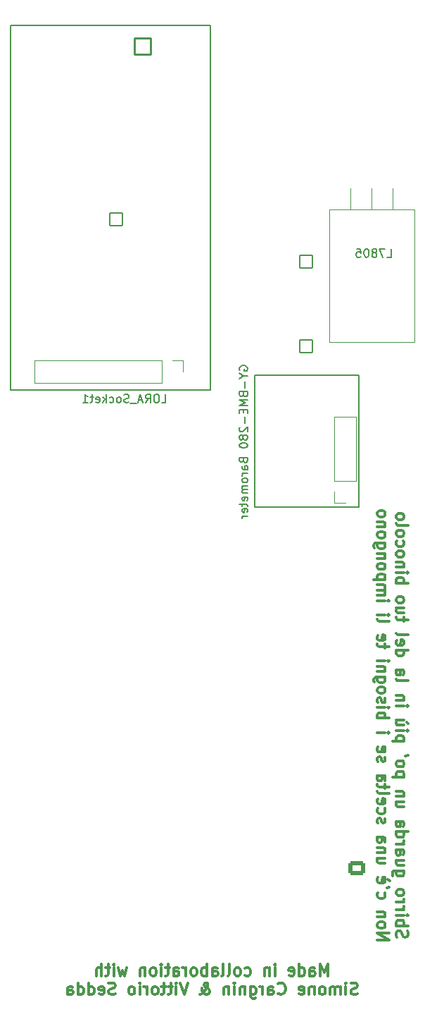
<source format=gbo>
G04 #@! TF.GenerationSoftware,KiCad,Pcbnew,7.0.10*
G04 #@! TF.CreationDate,2024-04-13T19:06:11+02:00*
G04 #@! TF.ProjectId,RocketBoard,526f636b-6574-4426-9f61-72642e6b6963,rev?*
G04 #@! TF.SameCoordinates,Original*
G04 #@! TF.FileFunction,Legend,Bot*
G04 #@! TF.FilePolarity,Positive*
%FSLAX46Y46*%
G04 Gerber Fmt 4.6, Leading zero omitted, Abs format (unit mm)*
G04 Created by KiCad (PCBNEW 7.0.10) date 2024-04-13 19:06:11*
%MOMM*%
%LPD*%
G01*
G04 APERTURE LIST*
G04 Aperture macros list*
%AMRoundRect*
0 Rectangle with rounded corners*
0 $1 Rounding radius*
0 $2 $3 $4 $5 $6 $7 $8 $9 X,Y pos of 4 corners*
0 Add a 4 corners polygon primitive as box body*
4,1,4,$2,$3,$4,$5,$6,$7,$8,$9,$2,$3,0*
0 Add four circle primitives for the rounded corners*
1,1,$1+$1,$2,$3*
1,1,$1+$1,$4,$5*
1,1,$1+$1,$6,$7*
1,1,$1+$1,$8,$9*
0 Add four rect primitives between the rounded corners*
20,1,$1+$1,$2,$3,$4,$5,0*
20,1,$1+$1,$4,$5,$6,$7,0*
20,1,$1+$1,$6,$7,$8,$9,0*
20,1,$1+$1,$8,$9,$2,$3,0*%
G04 Aperture macros list end*
%ADD10C,0.150000*%
%ADD11C,0.300000*%
%ADD12C,0.120000*%
%ADD13O,1.700000X1.700000*%
%ADD14R,1.700000X1.700000*%
%ADD15C,3.000000*%
%ADD16R,3.000000X3.000000*%
%ADD17R,2.000000X2.000000*%
%ADD18C,2.000000*%
%ADD19R,1.300000X1.300000*%
%ADD20C,1.300000*%
%ADD21RoundRect,0.250000X-0.725000X0.600000X-0.725000X-0.600000X0.725000X-0.600000X0.725000X0.600000X0*%
%ADD22O,1.950000X1.700000*%
%ADD23O,1.800000X1.800000*%
%ADD24O,1.500000X1.500000*%
%ADD25C,2.200000*%
%ADD26RoundRect,0.102000X0.762000X0.762000X-0.762000X0.762000X-0.762000X-0.762000X0.762000X-0.762000X0*%
%ADD27O,3.252000X1.728000*%
%ADD28C,1.800000*%
%ADD29R,1.800000X1.800000*%
%ADD30C,1.600000*%
%ADD31O,1.600000X1.600000*%
%ADD32RoundRect,0.102000X-0.990000X-0.990000X0.990000X-0.990000X0.990000X0.990000X-0.990000X0.990000X0*%
%ADD33C,2.184000*%
%ADD34C,2.139000*%
%ADD35C,1.676400*%
%ADD36O,1.905000X2.000000*%
%ADD37R,1.905000X2.000000*%
%ADD38O,3.500000X3.500000*%
G04 APERTURE END LIST*
D10*
X140462000Y-75184000D02*
X127889000Y-75184000D01*
X127889000Y-91059000D01*
X140462000Y-91059000D01*
X140462000Y-75184000D01*
X98560000Y-33180300D02*
X122560000Y-33180300D01*
X122560000Y-77005700D01*
X98560000Y-77005700D01*
X98560000Y-33180300D01*
D11*
X136742335Y-147292066D02*
X136742335Y-145892066D01*
X136742335Y-145892066D02*
X136275669Y-146892066D01*
X136275669Y-146892066D02*
X135809002Y-145892066D01*
X135809002Y-145892066D02*
X135809002Y-147292066D01*
X134542335Y-147292066D02*
X134542335Y-146558733D01*
X134542335Y-146558733D02*
X134609002Y-146425400D01*
X134609002Y-146425400D02*
X134742335Y-146358733D01*
X134742335Y-146358733D02*
X135009002Y-146358733D01*
X135009002Y-146358733D02*
X135142335Y-146425400D01*
X134542335Y-147225400D02*
X134675669Y-147292066D01*
X134675669Y-147292066D02*
X135009002Y-147292066D01*
X135009002Y-147292066D02*
X135142335Y-147225400D01*
X135142335Y-147225400D02*
X135209002Y-147092066D01*
X135209002Y-147092066D02*
X135209002Y-146958733D01*
X135209002Y-146958733D02*
X135142335Y-146825400D01*
X135142335Y-146825400D02*
X135009002Y-146758733D01*
X135009002Y-146758733D02*
X134675669Y-146758733D01*
X134675669Y-146758733D02*
X134542335Y-146692066D01*
X133275668Y-147292066D02*
X133275668Y-145892066D01*
X133275668Y-147225400D02*
X133409002Y-147292066D01*
X133409002Y-147292066D02*
X133675668Y-147292066D01*
X133675668Y-147292066D02*
X133809002Y-147225400D01*
X133809002Y-147225400D02*
X133875668Y-147158733D01*
X133875668Y-147158733D02*
X133942335Y-147025400D01*
X133942335Y-147025400D02*
X133942335Y-146625400D01*
X133942335Y-146625400D02*
X133875668Y-146492066D01*
X133875668Y-146492066D02*
X133809002Y-146425400D01*
X133809002Y-146425400D02*
X133675668Y-146358733D01*
X133675668Y-146358733D02*
X133409002Y-146358733D01*
X133409002Y-146358733D02*
X133275668Y-146425400D01*
X132075668Y-147225400D02*
X132209001Y-147292066D01*
X132209001Y-147292066D02*
X132475668Y-147292066D01*
X132475668Y-147292066D02*
X132609001Y-147225400D01*
X132609001Y-147225400D02*
X132675668Y-147092066D01*
X132675668Y-147092066D02*
X132675668Y-146558733D01*
X132675668Y-146558733D02*
X132609001Y-146425400D01*
X132609001Y-146425400D02*
X132475668Y-146358733D01*
X132475668Y-146358733D02*
X132209001Y-146358733D01*
X132209001Y-146358733D02*
X132075668Y-146425400D01*
X132075668Y-146425400D02*
X132009001Y-146558733D01*
X132009001Y-146558733D02*
X132009001Y-146692066D01*
X132009001Y-146692066D02*
X132675668Y-146825400D01*
X130342334Y-147292066D02*
X130342334Y-146358733D01*
X130342334Y-145892066D02*
X130409001Y-145958733D01*
X130409001Y-145958733D02*
X130342334Y-146025400D01*
X130342334Y-146025400D02*
X130275668Y-145958733D01*
X130275668Y-145958733D02*
X130342334Y-145892066D01*
X130342334Y-145892066D02*
X130342334Y-146025400D01*
X129675667Y-146358733D02*
X129675667Y-147292066D01*
X129675667Y-146492066D02*
X129609001Y-146425400D01*
X129609001Y-146425400D02*
X129475667Y-146358733D01*
X129475667Y-146358733D02*
X129275667Y-146358733D01*
X129275667Y-146358733D02*
X129142334Y-146425400D01*
X129142334Y-146425400D02*
X129075667Y-146558733D01*
X129075667Y-146558733D02*
X129075667Y-147292066D01*
X126742333Y-147225400D02*
X126875667Y-147292066D01*
X126875667Y-147292066D02*
X127142333Y-147292066D01*
X127142333Y-147292066D02*
X127275667Y-147225400D01*
X127275667Y-147225400D02*
X127342333Y-147158733D01*
X127342333Y-147158733D02*
X127409000Y-147025400D01*
X127409000Y-147025400D02*
X127409000Y-146625400D01*
X127409000Y-146625400D02*
X127342333Y-146492066D01*
X127342333Y-146492066D02*
X127275667Y-146425400D01*
X127275667Y-146425400D02*
X127142333Y-146358733D01*
X127142333Y-146358733D02*
X126875667Y-146358733D01*
X126875667Y-146358733D02*
X126742333Y-146425400D01*
X125942333Y-147292066D02*
X126075667Y-147225400D01*
X126075667Y-147225400D02*
X126142333Y-147158733D01*
X126142333Y-147158733D02*
X126209000Y-147025400D01*
X126209000Y-147025400D02*
X126209000Y-146625400D01*
X126209000Y-146625400D02*
X126142333Y-146492066D01*
X126142333Y-146492066D02*
X126075667Y-146425400D01*
X126075667Y-146425400D02*
X125942333Y-146358733D01*
X125942333Y-146358733D02*
X125742333Y-146358733D01*
X125742333Y-146358733D02*
X125609000Y-146425400D01*
X125609000Y-146425400D02*
X125542333Y-146492066D01*
X125542333Y-146492066D02*
X125475667Y-146625400D01*
X125475667Y-146625400D02*
X125475667Y-147025400D01*
X125475667Y-147025400D02*
X125542333Y-147158733D01*
X125542333Y-147158733D02*
X125609000Y-147225400D01*
X125609000Y-147225400D02*
X125742333Y-147292066D01*
X125742333Y-147292066D02*
X125942333Y-147292066D01*
X124675666Y-147292066D02*
X124809000Y-147225400D01*
X124809000Y-147225400D02*
X124875666Y-147092066D01*
X124875666Y-147092066D02*
X124875666Y-145892066D01*
X123942333Y-147292066D02*
X124075667Y-147225400D01*
X124075667Y-147225400D02*
X124142333Y-147092066D01*
X124142333Y-147092066D02*
X124142333Y-145892066D01*
X122809000Y-147292066D02*
X122809000Y-146558733D01*
X122809000Y-146558733D02*
X122875667Y-146425400D01*
X122875667Y-146425400D02*
X123009000Y-146358733D01*
X123009000Y-146358733D02*
X123275667Y-146358733D01*
X123275667Y-146358733D02*
X123409000Y-146425400D01*
X122809000Y-147225400D02*
X122942334Y-147292066D01*
X122942334Y-147292066D02*
X123275667Y-147292066D01*
X123275667Y-147292066D02*
X123409000Y-147225400D01*
X123409000Y-147225400D02*
X123475667Y-147092066D01*
X123475667Y-147092066D02*
X123475667Y-146958733D01*
X123475667Y-146958733D02*
X123409000Y-146825400D01*
X123409000Y-146825400D02*
X123275667Y-146758733D01*
X123275667Y-146758733D02*
X122942334Y-146758733D01*
X122942334Y-146758733D02*
X122809000Y-146692066D01*
X122142333Y-147292066D02*
X122142333Y-145892066D01*
X122142333Y-146425400D02*
X122009000Y-146358733D01*
X122009000Y-146358733D02*
X121742333Y-146358733D01*
X121742333Y-146358733D02*
X121609000Y-146425400D01*
X121609000Y-146425400D02*
X121542333Y-146492066D01*
X121542333Y-146492066D02*
X121475667Y-146625400D01*
X121475667Y-146625400D02*
X121475667Y-147025400D01*
X121475667Y-147025400D02*
X121542333Y-147158733D01*
X121542333Y-147158733D02*
X121609000Y-147225400D01*
X121609000Y-147225400D02*
X121742333Y-147292066D01*
X121742333Y-147292066D02*
X122009000Y-147292066D01*
X122009000Y-147292066D02*
X122142333Y-147225400D01*
X120675666Y-147292066D02*
X120809000Y-147225400D01*
X120809000Y-147225400D02*
X120875666Y-147158733D01*
X120875666Y-147158733D02*
X120942333Y-147025400D01*
X120942333Y-147025400D02*
X120942333Y-146625400D01*
X120942333Y-146625400D02*
X120875666Y-146492066D01*
X120875666Y-146492066D02*
X120809000Y-146425400D01*
X120809000Y-146425400D02*
X120675666Y-146358733D01*
X120675666Y-146358733D02*
X120475666Y-146358733D01*
X120475666Y-146358733D02*
X120342333Y-146425400D01*
X120342333Y-146425400D02*
X120275666Y-146492066D01*
X120275666Y-146492066D02*
X120209000Y-146625400D01*
X120209000Y-146625400D02*
X120209000Y-147025400D01*
X120209000Y-147025400D02*
X120275666Y-147158733D01*
X120275666Y-147158733D02*
X120342333Y-147225400D01*
X120342333Y-147225400D02*
X120475666Y-147292066D01*
X120475666Y-147292066D02*
X120675666Y-147292066D01*
X119608999Y-147292066D02*
X119608999Y-146358733D01*
X119608999Y-146625400D02*
X119542333Y-146492066D01*
X119542333Y-146492066D02*
X119475666Y-146425400D01*
X119475666Y-146425400D02*
X119342333Y-146358733D01*
X119342333Y-146358733D02*
X119208999Y-146358733D01*
X118142332Y-147292066D02*
X118142332Y-146558733D01*
X118142332Y-146558733D02*
X118208999Y-146425400D01*
X118208999Y-146425400D02*
X118342332Y-146358733D01*
X118342332Y-146358733D02*
X118608999Y-146358733D01*
X118608999Y-146358733D02*
X118742332Y-146425400D01*
X118142332Y-147225400D02*
X118275666Y-147292066D01*
X118275666Y-147292066D02*
X118608999Y-147292066D01*
X118608999Y-147292066D02*
X118742332Y-147225400D01*
X118742332Y-147225400D02*
X118808999Y-147092066D01*
X118808999Y-147092066D02*
X118808999Y-146958733D01*
X118808999Y-146958733D02*
X118742332Y-146825400D01*
X118742332Y-146825400D02*
X118608999Y-146758733D01*
X118608999Y-146758733D02*
X118275666Y-146758733D01*
X118275666Y-146758733D02*
X118142332Y-146692066D01*
X117675665Y-146358733D02*
X117142332Y-146358733D01*
X117475665Y-145892066D02*
X117475665Y-147092066D01*
X117475665Y-147092066D02*
X117408999Y-147225400D01*
X117408999Y-147225400D02*
X117275665Y-147292066D01*
X117275665Y-147292066D02*
X117142332Y-147292066D01*
X116675665Y-147292066D02*
X116675665Y-146358733D01*
X116675665Y-145892066D02*
X116742332Y-145958733D01*
X116742332Y-145958733D02*
X116675665Y-146025400D01*
X116675665Y-146025400D02*
X116608999Y-145958733D01*
X116608999Y-145958733D02*
X116675665Y-145892066D01*
X116675665Y-145892066D02*
X116675665Y-146025400D01*
X115808998Y-147292066D02*
X115942332Y-147225400D01*
X115942332Y-147225400D02*
X116008998Y-147158733D01*
X116008998Y-147158733D02*
X116075665Y-147025400D01*
X116075665Y-147025400D02*
X116075665Y-146625400D01*
X116075665Y-146625400D02*
X116008998Y-146492066D01*
X116008998Y-146492066D02*
X115942332Y-146425400D01*
X115942332Y-146425400D02*
X115808998Y-146358733D01*
X115808998Y-146358733D02*
X115608998Y-146358733D01*
X115608998Y-146358733D02*
X115475665Y-146425400D01*
X115475665Y-146425400D02*
X115408998Y-146492066D01*
X115408998Y-146492066D02*
X115342332Y-146625400D01*
X115342332Y-146625400D02*
X115342332Y-147025400D01*
X115342332Y-147025400D02*
X115408998Y-147158733D01*
X115408998Y-147158733D02*
X115475665Y-147225400D01*
X115475665Y-147225400D02*
X115608998Y-147292066D01*
X115608998Y-147292066D02*
X115808998Y-147292066D01*
X114742331Y-146358733D02*
X114742331Y-147292066D01*
X114742331Y-146492066D02*
X114675665Y-146425400D01*
X114675665Y-146425400D02*
X114542331Y-146358733D01*
X114542331Y-146358733D02*
X114342331Y-146358733D01*
X114342331Y-146358733D02*
X114208998Y-146425400D01*
X114208998Y-146425400D02*
X114142331Y-146558733D01*
X114142331Y-146558733D02*
X114142331Y-147292066D01*
X112542331Y-146358733D02*
X112275664Y-147292066D01*
X112275664Y-147292066D02*
X112008997Y-146625400D01*
X112008997Y-146625400D02*
X111742331Y-147292066D01*
X111742331Y-147292066D02*
X111475664Y-146358733D01*
X110942330Y-147292066D02*
X110942330Y-146358733D01*
X110942330Y-145892066D02*
X111008997Y-145958733D01*
X111008997Y-145958733D02*
X110942330Y-146025400D01*
X110942330Y-146025400D02*
X110875664Y-145958733D01*
X110875664Y-145958733D02*
X110942330Y-145892066D01*
X110942330Y-145892066D02*
X110942330Y-146025400D01*
X110475663Y-146358733D02*
X109942330Y-146358733D01*
X110275663Y-145892066D02*
X110275663Y-147092066D01*
X110275663Y-147092066D02*
X110208997Y-147225400D01*
X110208997Y-147225400D02*
X110075663Y-147292066D01*
X110075663Y-147292066D02*
X109942330Y-147292066D01*
X109475663Y-147292066D02*
X109475663Y-145892066D01*
X108875663Y-147292066D02*
X108875663Y-146558733D01*
X108875663Y-146558733D02*
X108942330Y-146425400D01*
X108942330Y-146425400D02*
X109075663Y-146358733D01*
X109075663Y-146358733D02*
X109275663Y-146358733D01*
X109275663Y-146358733D02*
X109408997Y-146425400D01*
X109408997Y-146425400D02*
X109475663Y-146492066D01*
X140275669Y-149479400D02*
X140075669Y-149546066D01*
X140075669Y-149546066D02*
X139742336Y-149546066D01*
X139742336Y-149546066D02*
X139609002Y-149479400D01*
X139609002Y-149479400D02*
X139542336Y-149412733D01*
X139542336Y-149412733D02*
X139475669Y-149279400D01*
X139475669Y-149279400D02*
X139475669Y-149146066D01*
X139475669Y-149146066D02*
X139542336Y-149012733D01*
X139542336Y-149012733D02*
X139609002Y-148946066D01*
X139609002Y-148946066D02*
X139742336Y-148879400D01*
X139742336Y-148879400D02*
X140009002Y-148812733D01*
X140009002Y-148812733D02*
X140142336Y-148746066D01*
X140142336Y-148746066D02*
X140209002Y-148679400D01*
X140209002Y-148679400D02*
X140275669Y-148546066D01*
X140275669Y-148546066D02*
X140275669Y-148412733D01*
X140275669Y-148412733D02*
X140209002Y-148279400D01*
X140209002Y-148279400D02*
X140142336Y-148212733D01*
X140142336Y-148212733D02*
X140009002Y-148146066D01*
X140009002Y-148146066D02*
X139675669Y-148146066D01*
X139675669Y-148146066D02*
X139475669Y-148212733D01*
X138875669Y-149546066D02*
X138875669Y-148612733D01*
X138875669Y-148146066D02*
X138942336Y-148212733D01*
X138942336Y-148212733D02*
X138875669Y-148279400D01*
X138875669Y-148279400D02*
X138809003Y-148212733D01*
X138809003Y-148212733D02*
X138875669Y-148146066D01*
X138875669Y-148146066D02*
X138875669Y-148279400D01*
X138209002Y-149546066D02*
X138209002Y-148612733D01*
X138209002Y-148746066D02*
X138142336Y-148679400D01*
X138142336Y-148679400D02*
X138009002Y-148612733D01*
X138009002Y-148612733D02*
X137809002Y-148612733D01*
X137809002Y-148612733D02*
X137675669Y-148679400D01*
X137675669Y-148679400D02*
X137609002Y-148812733D01*
X137609002Y-148812733D02*
X137609002Y-149546066D01*
X137609002Y-148812733D02*
X137542336Y-148679400D01*
X137542336Y-148679400D02*
X137409002Y-148612733D01*
X137409002Y-148612733D02*
X137209002Y-148612733D01*
X137209002Y-148612733D02*
X137075669Y-148679400D01*
X137075669Y-148679400D02*
X137009002Y-148812733D01*
X137009002Y-148812733D02*
X137009002Y-149546066D01*
X136142335Y-149546066D02*
X136275669Y-149479400D01*
X136275669Y-149479400D02*
X136342335Y-149412733D01*
X136342335Y-149412733D02*
X136409002Y-149279400D01*
X136409002Y-149279400D02*
X136409002Y-148879400D01*
X136409002Y-148879400D02*
X136342335Y-148746066D01*
X136342335Y-148746066D02*
X136275669Y-148679400D01*
X136275669Y-148679400D02*
X136142335Y-148612733D01*
X136142335Y-148612733D02*
X135942335Y-148612733D01*
X135942335Y-148612733D02*
X135809002Y-148679400D01*
X135809002Y-148679400D02*
X135742335Y-148746066D01*
X135742335Y-148746066D02*
X135675669Y-148879400D01*
X135675669Y-148879400D02*
X135675669Y-149279400D01*
X135675669Y-149279400D02*
X135742335Y-149412733D01*
X135742335Y-149412733D02*
X135809002Y-149479400D01*
X135809002Y-149479400D02*
X135942335Y-149546066D01*
X135942335Y-149546066D02*
X136142335Y-149546066D01*
X135075668Y-148612733D02*
X135075668Y-149546066D01*
X135075668Y-148746066D02*
X135009002Y-148679400D01*
X135009002Y-148679400D02*
X134875668Y-148612733D01*
X134875668Y-148612733D02*
X134675668Y-148612733D01*
X134675668Y-148612733D02*
X134542335Y-148679400D01*
X134542335Y-148679400D02*
X134475668Y-148812733D01*
X134475668Y-148812733D02*
X134475668Y-149546066D01*
X133275668Y-149479400D02*
X133409001Y-149546066D01*
X133409001Y-149546066D02*
X133675668Y-149546066D01*
X133675668Y-149546066D02*
X133809001Y-149479400D01*
X133809001Y-149479400D02*
X133875668Y-149346066D01*
X133875668Y-149346066D02*
X133875668Y-148812733D01*
X133875668Y-148812733D02*
X133809001Y-148679400D01*
X133809001Y-148679400D02*
X133675668Y-148612733D01*
X133675668Y-148612733D02*
X133409001Y-148612733D01*
X133409001Y-148612733D02*
X133275668Y-148679400D01*
X133275668Y-148679400D02*
X133209001Y-148812733D01*
X133209001Y-148812733D02*
X133209001Y-148946066D01*
X133209001Y-148946066D02*
X133875668Y-149079400D01*
X130742334Y-149412733D02*
X130809001Y-149479400D01*
X130809001Y-149479400D02*
X131009001Y-149546066D01*
X131009001Y-149546066D02*
X131142334Y-149546066D01*
X131142334Y-149546066D02*
X131342334Y-149479400D01*
X131342334Y-149479400D02*
X131475668Y-149346066D01*
X131475668Y-149346066D02*
X131542334Y-149212733D01*
X131542334Y-149212733D02*
X131609001Y-148946066D01*
X131609001Y-148946066D02*
X131609001Y-148746066D01*
X131609001Y-148746066D02*
X131542334Y-148479400D01*
X131542334Y-148479400D02*
X131475668Y-148346066D01*
X131475668Y-148346066D02*
X131342334Y-148212733D01*
X131342334Y-148212733D02*
X131142334Y-148146066D01*
X131142334Y-148146066D02*
X131009001Y-148146066D01*
X131009001Y-148146066D02*
X130809001Y-148212733D01*
X130809001Y-148212733D02*
X130742334Y-148279400D01*
X129542334Y-149546066D02*
X129542334Y-148812733D01*
X129542334Y-148812733D02*
X129609001Y-148679400D01*
X129609001Y-148679400D02*
X129742334Y-148612733D01*
X129742334Y-148612733D02*
X130009001Y-148612733D01*
X130009001Y-148612733D02*
X130142334Y-148679400D01*
X129542334Y-149479400D02*
X129675668Y-149546066D01*
X129675668Y-149546066D02*
X130009001Y-149546066D01*
X130009001Y-149546066D02*
X130142334Y-149479400D01*
X130142334Y-149479400D02*
X130209001Y-149346066D01*
X130209001Y-149346066D02*
X130209001Y-149212733D01*
X130209001Y-149212733D02*
X130142334Y-149079400D01*
X130142334Y-149079400D02*
X130009001Y-149012733D01*
X130009001Y-149012733D02*
X129675668Y-149012733D01*
X129675668Y-149012733D02*
X129542334Y-148946066D01*
X128875667Y-149546066D02*
X128875667Y-148612733D01*
X128875667Y-148879400D02*
X128809001Y-148746066D01*
X128809001Y-148746066D02*
X128742334Y-148679400D01*
X128742334Y-148679400D02*
X128609001Y-148612733D01*
X128609001Y-148612733D02*
X128475667Y-148612733D01*
X127409000Y-148612733D02*
X127409000Y-149746066D01*
X127409000Y-149746066D02*
X127475667Y-149879400D01*
X127475667Y-149879400D02*
X127542334Y-149946066D01*
X127542334Y-149946066D02*
X127675667Y-150012733D01*
X127675667Y-150012733D02*
X127875667Y-150012733D01*
X127875667Y-150012733D02*
X128009000Y-149946066D01*
X127409000Y-149479400D02*
X127542334Y-149546066D01*
X127542334Y-149546066D02*
X127809000Y-149546066D01*
X127809000Y-149546066D02*
X127942334Y-149479400D01*
X127942334Y-149479400D02*
X128009000Y-149412733D01*
X128009000Y-149412733D02*
X128075667Y-149279400D01*
X128075667Y-149279400D02*
X128075667Y-148879400D01*
X128075667Y-148879400D02*
X128009000Y-148746066D01*
X128009000Y-148746066D02*
X127942334Y-148679400D01*
X127942334Y-148679400D02*
X127809000Y-148612733D01*
X127809000Y-148612733D02*
X127542334Y-148612733D01*
X127542334Y-148612733D02*
X127409000Y-148679400D01*
X126742333Y-148612733D02*
X126742333Y-149546066D01*
X126742333Y-148746066D02*
X126675667Y-148679400D01*
X126675667Y-148679400D02*
X126542333Y-148612733D01*
X126542333Y-148612733D02*
X126342333Y-148612733D01*
X126342333Y-148612733D02*
X126209000Y-148679400D01*
X126209000Y-148679400D02*
X126142333Y-148812733D01*
X126142333Y-148812733D02*
X126142333Y-149546066D01*
X125475666Y-149546066D02*
X125475666Y-148612733D01*
X125475666Y-148146066D02*
X125542333Y-148212733D01*
X125542333Y-148212733D02*
X125475666Y-148279400D01*
X125475666Y-148279400D02*
X125409000Y-148212733D01*
X125409000Y-148212733D02*
X125475666Y-148146066D01*
X125475666Y-148146066D02*
X125475666Y-148279400D01*
X124808999Y-148612733D02*
X124808999Y-149546066D01*
X124808999Y-148746066D02*
X124742333Y-148679400D01*
X124742333Y-148679400D02*
X124608999Y-148612733D01*
X124608999Y-148612733D02*
X124408999Y-148612733D01*
X124408999Y-148612733D02*
X124275666Y-148679400D01*
X124275666Y-148679400D02*
X124208999Y-148812733D01*
X124208999Y-148812733D02*
X124208999Y-149546066D01*
X121342332Y-149546066D02*
X121408999Y-149546066D01*
X121408999Y-149546066D02*
X121542332Y-149479400D01*
X121542332Y-149479400D02*
X121742332Y-149279400D01*
X121742332Y-149279400D02*
X122075665Y-148879400D01*
X122075665Y-148879400D02*
X122208999Y-148679400D01*
X122208999Y-148679400D02*
X122275665Y-148479400D01*
X122275665Y-148479400D02*
X122275665Y-148346066D01*
X122275665Y-148346066D02*
X122208999Y-148212733D01*
X122208999Y-148212733D02*
X122075665Y-148146066D01*
X122075665Y-148146066D02*
X122008999Y-148146066D01*
X122008999Y-148146066D02*
X121875665Y-148212733D01*
X121875665Y-148212733D02*
X121808999Y-148346066D01*
X121808999Y-148346066D02*
X121808999Y-148412733D01*
X121808999Y-148412733D02*
X121875665Y-148546066D01*
X121875665Y-148546066D02*
X121942332Y-148612733D01*
X121942332Y-148612733D02*
X122342332Y-148879400D01*
X122342332Y-148879400D02*
X122408999Y-148946066D01*
X122408999Y-148946066D02*
X122475665Y-149079400D01*
X122475665Y-149079400D02*
X122475665Y-149279400D01*
X122475665Y-149279400D02*
X122408999Y-149412733D01*
X122408999Y-149412733D02*
X122342332Y-149479400D01*
X122342332Y-149479400D02*
X122208999Y-149546066D01*
X122208999Y-149546066D02*
X122008999Y-149546066D01*
X122008999Y-149546066D02*
X121875665Y-149479400D01*
X121875665Y-149479400D02*
X121808999Y-149412733D01*
X121808999Y-149412733D02*
X121608999Y-149146066D01*
X121608999Y-149146066D02*
X121542332Y-148946066D01*
X121542332Y-148946066D02*
X121542332Y-148812733D01*
X119875665Y-148146066D02*
X119408999Y-149546066D01*
X119408999Y-149546066D02*
X118942332Y-148146066D01*
X118475665Y-149546066D02*
X118475665Y-148612733D01*
X118475665Y-148146066D02*
X118542332Y-148212733D01*
X118542332Y-148212733D02*
X118475665Y-148279400D01*
X118475665Y-148279400D02*
X118408999Y-148212733D01*
X118408999Y-148212733D02*
X118475665Y-148146066D01*
X118475665Y-148146066D02*
X118475665Y-148279400D01*
X118008998Y-148612733D02*
X117475665Y-148612733D01*
X117808998Y-148146066D02*
X117808998Y-149346066D01*
X117808998Y-149346066D02*
X117742332Y-149479400D01*
X117742332Y-149479400D02*
X117608998Y-149546066D01*
X117608998Y-149546066D02*
X117475665Y-149546066D01*
X117208998Y-148612733D02*
X116675665Y-148612733D01*
X117008998Y-148146066D02*
X117008998Y-149346066D01*
X117008998Y-149346066D02*
X116942332Y-149479400D01*
X116942332Y-149479400D02*
X116808998Y-149546066D01*
X116808998Y-149546066D02*
X116675665Y-149546066D01*
X116008998Y-149546066D02*
X116142332Y-149479400D01*
X116142332Y-149479400D02*
X116208998Y-149412733D01*
X116208998Y-149412733D02*
X116275665Y-149279400D01*
X116275665Y-149279400D02*
X116275665Y-148879400D01*
X116275665Y-148879400D02*
X116208998Y-148746066D01*
X116208998Y-148746066D02*
X116142332Y-148679400D01*
X116142332Y-148679400D02*
X116008998Y-148612733D01*
X116008998Y-148612733D02*
X115808998Y-148612733D01*
X115808998Y-148612733D02*
X115675665Y-148679400D01*
X115675665Y-148679400D02*
X115608998Y-148746066D01*
X115608998Y-148746066D02*
X115542332Y-148879400D01*
X115542332Y-148879400D02*
X115542332Y-149279400D01*
X115542332Y-149279400D02*
X115608998Y-149412733D01*
X115608998Y-149412733D02*
X115675665Y-149479400D01*
X115675665Y-149479400D02*
X115808998Y-149546066D01*
X115808998Y-149546066D02*
X116008998Y-149546066D01*
X114942331Y-149546066D02*
X114942331Y-148612733D01*
X114942331Y-148879400D02*
X114875665Y-148746066D01*
X114875665Y-148746066D02*
X114808998Y-148679400D01*
X114808998Y-148679400D02*
X114675665Y-148612733D01*
X114675665Y-148612733D02*
X114542331Y-148612733D01*
X114075664Y-149546066D02*
X114075664Y-148612733D01*
X114075664Y-148146066D02*
X114142331Y-148212733D01*
X114142331Y-148212733D02*
X114075664Y-148279400D01*
X114075664Y-148279400D02*
X114008998Y-148212733D01*
X114008998Y-148212733D02*
X114075664Y-148146066D01*
X114075664Y-148146066D02*
X114075664Y-148279400D01*
X113208997Y-149546066D02*
X113342331Y-149479400D01*
X113342331Y-149479400D02*
X113408997Y-149412733D01*
X113408997Y-149412733D02*
X113475664Y-149279400D01*
X113475664Y-149279400D02*
X113475664Y-148879400D01*
X113475664Y-148879400D02*
X113408997Y-148746066D01*
X113408997Y-148746066D02*
X113342331Y-148679400D01*
X113342331Y-148679400D02*
X113208997Y-148612733D01*
X113208997Y-148612733D02*
X113008997Y-148612733D01*
X113008997Y-148612733D02*
X112875664Y-148679400D01*
X112875664Y-148679400D02*
X112808997Y-148746066D01*
X112808997Y-148746066D02*
X112742331Y-148879400D01*
X112742331Y-148879400D02*
X112742331Y-149279400D01*
X112742331Y-149279400D02*
X112808997Y-149412733D01*
X112808997Y-149412733D02*
X112875664Y-149479400D01*
X112875664Y-149479400D02*
X113008997Y-149546066D01*
X113008997Y-149546066D02*
X113208997Y-149546066D01*
X111142330Y-149479400D02*
X110942330Y-149546066D01*
X110942330Y-149546066D02*
X110608997Y-149546066D01*
X110608997Y-149546066D02*
X110475663Y-149479400D01*
X110475663Y-149479400D02*
X110408997Y-149412733D01*
X110408997Y-149412733D02*
X110342330Y-149279400D01*
X110342330Y-149279400D02*
X110342330Y-149146066D01*
X110342330Y-149146066D02*
X110408997Y-149012733D01*
X110408997Y-149012733D02*
X110475663Y-148946066D01*
X110475663Y-148946066D02*
X110608997Y-148879400D01*
X110608997Y-148879400D02*
X110875663Y-148812733D01*
X110875663Y-148812733D02*
X111008997Y-148746066D01*
X111008997Y-148746066D02*
X111075663Y-148679400D01*
X111075663Y-148679400D02*
X111142330Y-148546066D01*
X111142330Y-148546066D02*
X111142330Y-148412733D01*
X111142330Y-148412733D02*
X111075663Y-148279400D01*
X111075663Y-148279400D02*
X111008997Y-148212733D01*
X111008997Y-148212733D02*
X110875663Y-148146066D01*
X110875663Y-148146066D02*
X110542330Y-148146066D01*
X110542330Y-148146066D02*
X110342330Y-148212733D01*
X109208997Y-149479400D02*
X109342330Y-149546066D01*
X109342330Y-149546066D02*
X109608997Y-149546066D01*
X109608997Y-149546066D02*
X109742330Y-149479400D01*
X109742330Y-149479400D02*
X109808997Y-149346066D01*
X109808997Y-149346066D02*
X109808997Y-148812733D01*
X109808997Y-148812733D02*
X109742330Y-148679400D01*
X109742330Y-148679400D02*
X109608997Y-148612733D01*
X109608997Y-148612733D02*
X109342330Y-148612733D01*
X109342330Y-148612733D02*
X109208997Y-148679400D01*
X109208997Y-148679400D02*
X109142330Y-148812733D01*
X109142330Y-148812733D02*
X109142330Y-148946066D01*
X109142330Y-148946066D02*
X109808997Y-149079400D01*
X107942330Y-149546066D02*
X107942330Y-148146066D01*
X107942330Y-149479400D02*
X108075664Y-149546066D01*
X108075664Y-149546066D02*
X108342330Y-149546066D01*
X108342330Y-149546066D02*
X108475664Y-149479400D01*
X108475664Y-149479400D02*
X108542330Y-149412733D01*
X108542330Y-149412733D02*
X108608997Y-149279400D01*
X108608997Y-149279400D02*
X108608997Y-148879400D01*
X108608997Y-148879400D02*
X108542330Y-148746066D01*
X108542330Y-148746066D02*
X108475664Y-148679400D01*
X108475664Y-148679400D02*
X108342330Y-148612733D01*
X108342330Y-148612733D02*
X108075664Y-148612733D01*
X108075664Y-148612733D02*
X107942330Y-148679400D01*
X106675663Y-149546066D02*
X106675663Y-148146066D01*
X106675663Y-149479400D02*
X106808997Y-149546066D01*
X106808997Y-149546066D02*
X107075663Y-149546066D01*
X107075663Y-149546066D02*
X107208997Y-149479400D01*
X107208997Y-149479400D02*
X107275663Y-149412733D01*
X107275663Y-149412733D02*
X107342330Y-149279400D01*
X107342330Y-149279400D02*
X107342330Y-148879400D01*
X107342330Y-148879400D02*
X107275663Y-148746066D01*
X107275663Y-148746066D02*
X107208997Y-148679400D01*
X107208997Y-148679400D02*
X107075663Y-148612733D01*
X107075663Y-148612733D02*
X106808997Y-148612733D01*
X106808997Y-148612733D02*
X106675663Y-148679400D01*
X105408996Y-149546066D02*
X105408996Y-148812733D01*
X105408996Y-148812733D02*
X105475663Y-148679400D01*
X105475663Y-148679400D02*
X105608996Y-148612733D01*
X105608996Y-148612733D02*
X105875663Y-148612733D01*
X105875663Y-148612733D02*
X106008996Y-148679400D01*
X105408996Y-149479400D02*
X105542330Y-149546066D01*
X105542330Y-149546066D02*
X105875663Y-149546066D01*
X105875663Y-149546066D02*
X106008996Y-149479400D01*
X106008996Y-149479400D02*
X106075663Y-149346066D01*
X106075663Y-149346066D02*
X106075663Y-149212733D01*
X106075663Y-149212733D02*
X106008996Y-149079400D01*
X106008996Y-149079400D02*
X105875663Y-149012733D01*
X105875663Y-149012733D02*
X105542330Y-149012733D01*
X105542330Y-149012733D02*
X105408996Y-148946066D01*
X145007600Y-142683339D02*
X144940933Y-142483339D01*
X144940933Y-142483339D02*
X144940933Y-142150006D01*
X144940933Y-142150006D02*
X145007600Y-142016672D01*
X145007600Y-142016672D02*
X145074266Y-141950006D01*
X145074266Y-141950006D02*
X145207600Y-141883339D01*
X145207600Y-141883339D02*
X145340933Y-141883339D01*
X145340933Y-141883339D02*
X145474266Y-141950006D01*
X145474266Y-141950006D02*
X145540933Y-142016672D01*
X145540933Y-142016672D02*
X145607600Y-142150006D01*
X145607600Y-142150006D02*
X145674266Y-142416672D01*
X145674266Y-142416672D02*
X145740933Y-142550006D01*
X145740933Y-142550006D02*
X145807600Y-142616672D01*
X145807600Y-142616672D02*
X145940933Y-142683339D01*
X145940933Y-142683339D02*
X146074266Y-142683339D01*
X146074266Y-142683339D02*
X146207600Y-142616672D01*
X146207600Y-142616672D02*
X146274266Y-142550006D01*
X146274266Y-142550006D02*
X146340933Y-142416672D01*
X146340933Y-142416672D02*
X146340933Y-142083339D01*
X146340933Y-142083339D02*
X146274266Y-141883339D01*
X144940933Y-141283339D02*
X146340933Y-141283339D01*
X145807600Y-141283339D02*
X145874266Y-141150006D01*
X145874266Y-141150006D02*
X145874266Y-140883339D01*
X145874266Y-140883339D02*
X145807600Y-140750006D01*
X145807600Y-140750006D02*
X145740933Y-140683339D01*
X145740933Y-140683339D02*
X145607600Y-140616673D01*
X145607600Y-140616673D02*
X145207600Y-140616673D01*
X145207600Y-140616673D02*
X145074266Y-140683339D01*
X145074266Y-140683339D02*
X145007600Y-140750006D01*
X145007600Y-140750006D02*
X144940933Y-140883339D01*
X144940933Y-140883339D02*
X144940933Y-141150006D01*
X144940933Y-141150006D02*
X145007600Y-141283339D01*
X144940933Y-140016672D02*
X145874266Y-140016672D01*
X146340933Y-140016672D02*
X146274266Y-140083339D01*
X146274266Y-140083339D02*
X146207600Y-140016672D01*
X146207600Y-140016672D02*
X146274266Y-139950006D01*
X146274266Y-139950006D02*
X146340933Y-140016672D01*
X146340933Y-140016672D02*
X146207600Y-140016672D01*
X144940933Y-139350005D02*
X145874266Y-139350005D01*
X145607600Y-139350005D02*
X145740933Y-139283339D01*
X145740933Y-139283339D02*
X145807600Y-139216672D01*
X145807600Y-139216672D02*
X145874266Y-139083339D01*
X145874266Y-139083339D02*
X145874266Y-138950005D01*
X144940933Y-138483338D02*
X145874266Y-138483338D01*
X145607600Y-138483338D02*
X145740933Y-138416672D01*
X145740933Y-138416672D02*
X145807600Y-138350005D01*
X145807600Y-138350005D02*
X145874266Y-138216672D01*
X145874266Y-138216672D02*
X145874266Y-138083338D01*
X144940933Y-137416671D02*
X145007600Y-137550005D01*
X145007600Y-137550005D02*
X145074266Y-137616671D01*
X145074266Y-137616671D02*
X145207600Y-137683338D01*
X145207600Y-137683338D02*
X145607600Y-137683338D01*
X145607600Y-137683338D02*
X145740933Y-137616671D01*
X145740933Y-137616671D02*
X145807600Y-137550005D01*
X145807600Y-137550005D02*
X145874266Y-137416671D01*
X145874266Y-137416671D02*
X145874266Y-137216671D01*
X145874266Y-137216671D02*
X145807600Y-137083338D01*
X145807600Y-137083338D02*
X145740933Y-137016671D01*
X145740933Y-137016671D02*
X145607600Y-136950005D01*
X145607600Y-136950005D02*
X145207600Y-136950005D01*
X145207600Y-136950005D02*
X145074266Y-137016671D01*
X145074266Y-137016671D02*
X145007600Y-137083338D01*
X145007600Y-137083338D02*
X144940933Y-137216671D01*
X144940933Y-137216671D02*
X144940933Y-137416671D01*
X145874266Y-134683337D02*
X144740933Y-134683337D01*
X144740933Y-134683337D02*
X144607600Y-134750004D01*
X144607600Y-134750004D02*
X144540933Y-134816671D01*
X144540933Y-134816671D02*
X144474266Y-134950004D01*
X144474266Y-134950004D02*
X144474266Y-135150004D01*
X144474266Y-135150004D02*
X144540933Y-135283337D01*
X145007600Y-134683337D02*
X144940933Y-134816671D01*
X144940933Y-134816671D02*
X144940933Y-135083337D01*
X144940933Y-135083337D02*
X145007600Y-135216671D01*
X145007600Y-135216671D02*
X145074266Y-135283337D01*
X145074266Y-135283337D02*
X145207600Y-135350004D01*
X145207600Y-135350004D02*
X145607600Y-135350004D01*
X145607600Y-135350004D02*
X145740933Y-135283337D01*
X145740933Y-135283337D02*
X145807600Y-135216671D01*
X145807600Y-135216671D02*
X145874266Y-135083337D01*
X145874266Y-135083337D02*
X145874266Y-134816671D01*
X145874266Y-134816671D02*
X145807600Y-134683337D01*
X145874266Y-133416670D02*
X144940933Y-133416670D01*
X145874266Y-134016670D02*
X145140933Y-134016670D01*
X145140933Y-134016670D02*
X145007600Y-133950004D01*
X145007600Y-133950004D02*
X144940933Y-133816670D01*
X144940933Y-133816670D02*
X144940933Y-133616670D01*
X144940933Y-133616670D02*
X145007600Y-133483337D01*
X145007600Y-133483337D02*
X145074266Y-133416670D01*
X144940933Y-132150003D02*
X145674266Y-132150003D01*
X145674266Y-132150003D02*
X145807600Y-132216670D01*
X145807600Y-132216670D02*
X145874266Y-132350003D01*
X145874266Y-132350003D02*
X145874266Y-132616670D01*
X145874266Y-132616670D02*
X145807600Y-132750003D01*
X145007600Y-132150003D02*
X144940933Y-132283337D01*
X144940933Y-132283337D02*
X144940933Y-132616670D01*
X144940933Y-132616670D02*
X145007600Y-132750003D01*
X145007600Y-132750003D02*
X145140933Y-132816670D01*
X145140933Y-132816670D02*
X145274266Y-132816670D01*
X145274266Y-132816670D02*
X145407600Y-132750003D01*
X145407600Y-132750003D02*
X145474266Y-132616670D01*
X145474266Y-132616670D02*
X145474266Y-132283337D01*
X145474266Y-132283337D02*
X145540933Y-132150003D01*
X144940933Y-131483336D02*
X145874266Y-131483336D01*
X145607600Y-131483336D02*
X145740933Y-131416670D01*
X145740933Y-131416670D02*
X145807600Y-131350003D01*
X145807600Y-131350003D02*
X145874266Y-131216670D01*
X145874266Y-131216670D02*
X145874266Y-131083336D01*
X144940933Y-130016669D02*
X146340933Y-130016669D01*
X145007600Y-130016669D02*
X144940933Y-130150003D01*
X144940933Y-130150003D02*
X144940933Y-130416669D01*
X144940933Y-130416669D02*
X145007600Y-130550003D01*
X145007600Y-130550003D02*
X145074266Y-130616669D01*
X145074266Y-130616669D02*
X145207600Y-130683336D01*
X145207600Y-130683336D02*
X145607600Y-130683336D01*
X145607600Y-130683336D02*
X145740933Y-130616669D01*
X145740933Y-130616669D02*
X145807600Y-130550003D01*
X145807600Y-130550003D02*
X145874266Y-130416669D01*
X145874266Y-130416669D02*
X145874266Y-130150003D01*
X145874266Y-130150003D02*
X145807600Y-130016669D01*
X144940933Y-128750002D02*
X145674266Y-128750002D01*
X145674266Y-128750002D02*
X145807600Y-128816669D01*
X145807600Y-128816669D02*
X145874266Y-128950002D01*
X145874266Y-128950002D02*
X145874266Y-129216669D01*
X145874266Y-129216669D02*
X145807600Y-129350002D01*
X145007600Y-128750002D02*
X144940933Y-128883336D01*
X144940933Y-128883336D02*
X144940933Y-129216669D01*
X144940933Y-129216669D02*
X145007600Y-129350002D01*
X145007600Y-129350002D02*
X145140933Y-129416669D01*
X145140933Y-129416669D02*
X145274266Y-129416669D01*
X145274266Y-129416669D02*
X145407600Y-129350002D01*
X145407600Y-129350002D02*
X145474266Y-129216669D01*
X145474266Y-129216669D02*
X145474266Y-128883336D01*
X145474266Y-128883336D02*
X145540933Y-128750002D01*
X145874266Y-126416668D02*
X144940933Y-126416668D01*
X145874266Y-127016668D02*
X145140933Y-127016668D01*
X145140933Y-127016668D02*
X145007600Y-126950002D01*
X145007600Y-126950002D02*
X144940933Y-126816668D01*
X144940933Y-126816668D02*
X144940933Y-126616668D01*
X144940933Y-126616668D02*
X145007600Y-126483335D01*
X145007600Y-126483335D02*
X145074266Y-126416668D01*
X145874266Y-125750001D02*
X144940933Y-125750001D01*
X145740933Y-125750001D02*
X145807600Y-125683335D01*
X145807600Y-125683335D02*
X145874266Y-125550001D01*
X145874266Y-125550001D02*
X145874266Y-125350001D01*
X145874266Y-125350001D02*
X145807600Y-125216668D01*
X145807600Y-125216668D02*
X145674266Y-125150001D01*
X145674266Y-125150001D02*
X144940933Y-125150001D01*
X145874266Y-123416667D02*
X144474266Y-123416667D01*
X145807600Y-123416667D02*
X145874266Y-123283334D01*
X145874266Y-123283334D02*
X145874266Y-123016667D01*
X145874266Y-123016667D02*
X145807600Y-122883334D01*
X145807600Y-122883334D02*
X145740933Y-122816667D01*
X145740933Y-122816667D02*
X145607600Y-122750001D01*
X145607600Y-122750001D02*
X145207600Y-122750001D01*
X145207600Y-122750001D02*
X145074266Y-122816667D01*
X145074266Y-122816667D02*
X145007600Y-122883334D01*
X145007600Y-122883334D02*
X144940933Y-123016667D01*
X144940933Y-123016667D02*
X144940933Y-123283334D01*
X144940933Y-123283334D02*
X145007600Y-123416667D01*
X144940933Y-121950000D02*
X145007600Y-122083334D01*
X145007600Y-122083334D02*
X145074266Y-122150000D01*
X145074266Y-122150000D02*
X145207600Y-122216667D01*
X145207600Y-122216667D02*
X145607600Y-122216667D01*
X145607600Y-122216667D02*
X145740933Y-122150000D01*
X145740933Y-122150000D02*
X145807600Y-122083334D01*
X145807600Y-122083334D02*
X145874266Y-121950000D01*
X145874266Y-121950000D02*
X145874266Y-121750000D01*
X145874266Y-121750000D02*
X145807600Y-121616667D01*
X145807600Y-121616667D02*
X145740933Y-121550000D01*
X145740933Y-121550000D02*
X145607600Y-121483334D01*
X145607600Y-121483334D02*
X145207600Y-121483334D01*
X145207600Y-121483334D02*
X145074266Y-121550000D01*
X145074266Y-121550000D02*
X145007600Y-121616667D01*
X145007600Y-121616667D02*
X144940933Y-121750000D01*
X144940933Y-121750000D02*
X144940933Y-121950000D01*
X146340933Y-120816667D02*
X146074266Y-120950000D01*
X145874266Y-119149999D02*
X144474266Y-119149999D01*
X145807600Y-119149999D02*
X145874266Y-119016666D01*
X145874266Y-119016666D02*
X145874266Y-118749999D01*
X145874266Y-118749999D02*
X145807600Y-118616666D01*
X145807600Y-118616666D02*
X145740933Y-118549999D01*
X145740933Y-118549999D02*
X145607600Y-118483333D01*
X145607600Y-118483333D02*
X145207600Y-118483333D01*
X145207600Y-118483333D02*
X145074266Y-118549999D01*
X145074266Y-118549999D02*
X145007600Y-118616666D01*
X145007600Y-118616666D02*
X144940933Y-118749999D01*
X144940933Y-118749999D02*
X144940933Y-119016666D01*
X144940933Y-119016666D02*
X145007600Y-119149999D01*
X144940933Y-117883332D02*
X145874266Y-117883332D01*
X146340933Y-117883332D02*
X146274266Y-117949999D01*
X146274266Y-117949999D02*
X146207600Y-117883332D01*
X146207600Y-117883332D02*
X146274266Y-117816666D01*
X146274266Y-117816666D02*
X146340933Y-117883332D01*
X146340933Y-117883332D02*
X146207600Y-117883332D01*
X145874266Y-116616665D02*
X144940933Y-116616665D01*
X145874266Y-117216665D02*
X145140933Y-117216665D01*
X145140933Y-117216665D02*
X145007600Y-117149999D01*
X145007600Y-117149999D02*
X144940933Y-117016665D01*
X144940933Y-117016665D02*
X144940933Y-116816665D01*
X144940933Y-116816665D02*
X145007600Y-116683332D01*
X145007600Y-116683332D02*
X145074266Y-116616665D01*
X146407600Y-117016665D02*
X146207600Y-116816665D01*
X144940933Y-114883331D02*
X145874266Y-114883331D01*
X146340933Y-114883331D02*
X146274266Y-114949998D01*
X146274266Y-114949998D02*
X146207600Y-114883331D01*
X146207600Y-114883331D02*
X146274266Y-114816665D01*
X146274266Y-114816665D02*
X146340933Y-114883331D01*
X146340933Y-114883331D02*
X146207600Y-114883331D01*
X145874266Y-114216664D02*
X144940933Y-114216664D01*
X145740933Y-114216664D02*
X145807600Y-114149998D01*
X145807600Y-114149998D02*
X145874266Y-114016664D01*
X145874266Y-114016664D02*
X145874266Y-113816664D01*
X145874266Y-113816664D02*
X145807600Y-113683331D01*
X145807600Y-113683331D02*
X145674266Y-113616664D01*
X145674266Y-113616664D02*
X144940933Y-113616664D01*
X144940933Y-111683330D02*
X145007600Y-111816664D01*
X145007600Y-111816664D02*
X145140933Y-111883330D01*
X145140933Y-111883330D02*
X146340933Y-111883330D01*
X144940933Y-110549997D02*
X145674266Y-110549997D01*
X145674266Y-110549997D02*
X145807600Y-110616664D01*
X145807600Y-110616664D02*
X145874266Y-110749997D01*
X145874266Y-110749997D02*
X145874266Y-111016664D01*
X145874266Y-111016664D02*
X145807600Y-111149997D01*
X145007600Y-110549997D02*
X144940933Y-110683331D01*
X144940933Y-110683331D02*
X144940933Y-111016664D01*
X144940933Y-111016664D02*
X145007600Y-111149997D01*
X145007600Y-111149997D02*
X145140933Y-111216664D01*
X145140933Y-111216664D02*
X145274266Y-111216664D01*
X145274266Y-111216664D02*
X145407600Y-111149997D01*
X145407600Y-111149997D02*
X145474266Y-111016664D01*
X145474266Y-111016664D02*
X145474266Y-110683331D01*
X145474266Y-110683331D02*
X145540933Y-110549997D01*
X144940933Y-108216663D02*
X146340933Y-108216663D01*
X145007600Y-108216663D02*
X144940933Y-108349997D01*
X144940933Y-108349997D02*
X144940933Y-108616663D01*
X144940933Y-108616663D02*
X145007600Y-108749997D01*
X145007600Y-108749997D02*
X145074266Y-108816663D01*
X145074266Y-108816663D02*
X145207600Y-108883330D01*
X145207600Y-108883330D02*
X145607600Y-108883330D01*
X145607600Y-108883330D02*
X145740933Y-108816663D01*
X145740933Y-108816663D02*
X145807600Y-108749997D01*
X145807600Y-108749997D02*
X145874266Y-108616663D01*
X145874266Y-108616663D02*
X145874266Y-108349997D01*
X145874266Y-108349997D02*
X145807600Y-108216663D01*
X145007600Y-107016663D02*
X144940933Y-107149996D01*
X144940933Y-107149996D02*
X144940933Y-107416663D01*
X144940933Y-107416663D02*
X145007600Y-107549996D01*
X145007600Y-107549996D02*
X145140933Y-107616663D01*
X145140933Y-107616663D02*
X145674266Y-107616663D01*
X145674266Y-107616663D02*
X145807600Y-107549996D01*
X145807600Y-107549996D02*
X145874266Y-107416663D01*
X145874266Y-107416663D02*
X145874266Y-107149996D01*
X145874266Y-107149996D02*
X145807600Y-107016663D01*
X145807600Y-107016663D02*
X145674266Y-106949996D01*
X145674266Y-106949996D02*
X145540933Y-106949996D01*
X145540933Y-106949996D02*
X145407600Y-107616663D01*
X144940933Y-106149996D02*
X145007600Y-106283330D01*
X145007600Y-106283330D02*
X145140933Y-106349996D01*
X145140933Y-106349996D02*
X146340933Y-106349996D01*
X145874266Y-104749996D02*
X145874266Y-104216663D01*
X146340933Y-104549996D02*
X145140933Y-104549996D01*
X145140933Y-104549996D02*
X145007600Y-104483330D01*
X145007600Y-104483330D02*
X144940933Y-104349996D01*
X144940933Y-104349996D02*
X144940933Y-104216663D01*
X145874266Y-103149996D02*
X144940933Y-103149996D01*
X145874266Y-103749996D02*
X145140933Y-103749996D01*
X145140933Y-103749996D02*
X145007600Y-103683330D01*
X145007600Y-103683330D02*
X144940933Y-103549996D01*
X144940933Y-103549996D02*
X144940933Y-103349996D01*
X144940933Y-103349996D02*
X145007600Y-103216663D01*
X145007600Y-103216663D02*
X145074266Y-103149996D01*
X144940933Y-102283329D02*
X145007600Y-102416663D01*
X145007600Y-102416663D02*
X145074266Y-102483329D01*
X145074266Y-102483329D02*
X145207600Y-102549996D01*
X145207600Y-102549996D02*
X145607600Y-102549996D01*
X145607600Y-102549996D02*
X145740933Y-102483329D01*
X145740933Y-102483329D02*
X145807600Y-102416663D01*
X145807600Y-102416663D02*
X145874266Y-102283329D01*
X145874266Y-102283329D02*
X145874266Y-102083329D01*
X145874266Y-102083329D02*
X145807600Y-101949996D01*
X145807600Y-101949996D02*
X145740933Y-101883329D01*
X145740933Y-101883329D02*
X145607600Y-101816663D01*
X145607600Y-101816663D02*
X145207600Y-101816663D01*
X145207600Y-101816663D02*
X145074266Y-101883329D01*
X145074266Y-101883329D02*
X145007600Y-101949996D01*
X145007600Y-101949996D02*
X144940933Y-102083329D01*
X144940933Y-102083329D02*
X144940933Y-102283329D01*
X144940933Y-100149995D02*
X146340933Y-100149995D01*
X145807600Y-100149995D02*
X145874266Y-100016662D01*
X145874266Y-100016662D02*
X145874266Y-99749995D01*
X145874266Y-99749995D02*
X145807600Y-99616662D01*
X145807600Y-99616662D02*
X145740933Y-99549995D01*
X145740933Y-99549995D02*
X145607600Y-99483329D01*
X145607600Y-99483329D02*
X145207600Y-99483329D01*
X145207600Y-99483329D02*
X145074266Y-99549995D01*
X145074266Y-99549995D02*
X145007600Y-99616662D01*
X145007600Y-99616662D02*
X144940933Y-99749995D01*
X144940933Y-99749995D02*
X144940933Y-100016662D01*
X144940933Y-100016662D02*
X145007600Y-100149995D01*
X144940933Y-98883328D02*
X145874266Y-98883328D01*
X146340933Y-98883328D02*
X146274266Y-98949995D01*
X146274266Y-98949995D02*
X146207600Y-98883328D01*
X146207600Y-98883328D02*
X146274266Y-98816662D01*
X146274266Y-98816662D02*
X146340933Y-98883328D01*
X146340933Y-98883328D02*
X146207600Y-98883328D01*
X145874266Y-98216661D02*
X144940933Y-98216661D01*
X145740933Y-98216661D02*
X145807600Y-98149995D01*
X145807600Y-98149995D02*
X145874266Y-98016661D01*
X145874266Y-98016661D02*
X145874266Y-97816661D01*
X145874266Y-97816661D02*
X145807600Y-97683328D01*
X145807600Y-97683328D02*
X145674266Y-97616661D01*
X145674266Y-97616661D02*
X144940933Y-97616661D01*
X144940933Y-96749994D02*
X145007600Y-96883328D01*
X145007600Y-96883328D02*
X145074266Y-96949994D01*
X145074266Y-96949994D02*
X145207600Y-97016661D01*
X145207600Y-97016661D02*
X145607600Y-97016661D01*
X145607600Y-97016661D02*
X145740933Y-96949994D01*
X145740933Y-96949994D02*
X145807600Y-96883328D01*
X145807600Y-96883328D02*
X145874266Y-96749994D01*
X145874266Y-96749994D02*
X145874266Y-96549994D01*
X145874266Y-96549994D02*
X145807600Y-96416661D01*
X145807600Y-96416661D02*
X145740933Y-96349994D01*
X145740933Y-96349994D02*
X145607600Y-96283328D01*
X145607600Y-96283328D02*
X145207600Y-96283328D01*
X145207600Y-96283328D02*
X145074266Y-96349994D01*
X145074266Y-96349994D02*
X145007600Y-96416661D01*
X145007600Y-96416661D02*
X144940933Y-96549994D01*
X144940933Y-96549994D02*
X144940933Y-96749994D01*
X145007600Y-95083327D02*
X144940933Y-95216661D01*
X144940933Y-95216661D02*
X144940933Y-95483327D01*
X144940933Y-95483327D02*
X145007600Y-95616661D01*
X145007600Y-95616661D02*
X145074266Y-95683327D01*
X145074266Y-95683327D02*
X145207600Y-95749994D01*
X145207600Y-95749994D02*
X145607600Y-95749994D01*
X145607600Y-95749994D02*
X145740933Y-95683327D01*
X145740933Y-95683327D02*
X145807600Y-95616661D01*
X145807600Y-95616661D02*
X145874266Y-95483327D01*
X145874266Y-95483327D02*
X145874266Y-95216661D01*
X145874266Y-95216661D02*
X145807600Y-95083327D01*
X144940933Y-94283327D02*
X145007600Y-94416661D01*
X145007600Y-94416661D02*
X145074266Y-94483327D01*
X145074266Y-94483327D02*
X145207600Y-94549994D01*
X145207600Y-94549994D02*
X145607600Y-94549994D01*
X145607600Y-94549994D02*
X145740933Y-94483327D01*
X145740933Y-94483327D02*
X145807600Y-94416661D01*
X145807600Y-94416661D02*
X145874266Y-94283327D01*
X145874266Y-94283327D02*
X145874266Y-94083327D01*
X145874266Y-94083327D02*
X145807600Y-93949994D01*
X145807600Y-93949994D02*
X145740933Y-93883327D01*
X145740933Y-93883327D02*
X145607600Y-93816661D01*
X145607600Y-93816661D02*
X145207600Y-93816661D01*
X145207600Y-93816661D02*
X145074266Y-93883327D01*
X145074266Y-93883327D02*
X145007600Y-93949994D01*
X145007600Y-93949994D02*
X144940933Y-94083327D01*
X144940933Y-94083327D02*
X144940933Y-94283327D01*
X144940933Y-93016660D02*
X145007600Y-93149994D01*
X145007600Y-93149994D02*
X145140933Y-93216660D01*
X145140933Y-93216660D02*
X146340933Y-93216660D01*
X144940933Y-92283327D02*
X145007600Y-92416661D01*
X145007600Y-92416661D02*
X145074266Y-92483327D01*
X145074266Y-92483327D02*
X145207600Y-92549994D01*
X145207600Y-92549994D02*
X145607600Y-92549994D01*
X145607600Y-92549994D02*
X145740933Y-92483327D01*
X145740933Y-92483327D02*
X145807600Y-92416661D01*
X145807600Y-92416661D02*
X145874266Y-92283327D01*
X145874266Y-92283327D02*
X145874266Y-92083327D01*
X145874266Y-92083327D02*
X145807600Y-91949994D01*
X145807600Y-91949994D02*
X145740933Y-91883327D01*
X145740933Y-91883327D02*
X145607600Y-91816661D01*
X145607600Y-91816661D02*
X145207600Y-91816661D01*
X145207600Y-91816661D02*
X145074266Y-91883327D01*
X145074266Y-91883327D02*
X145007600Y-91949994D01*
X145007600Y-91949994D02*
X144940933Y-92083327D01*
X144940933Y-92083327D02*
X144940933Y-92283327D01*
X142686933Y-142983337D02*
X144086933Y-142983337D01*
X144086933Y-142983337D02*
X142686933Y-142183337D01*
X142686933Y-142183337D02*
X144086933Y-142183337D01*
X142686933Y-141316670D02*
X142753600Y-141450004D01*
X142753600Y-141450004D02*
X142820266Y-141516670D01*
X142820266Y-141516670D02*
X142953600Y-141583337D01*
X142953600Y-141583337D02*
X143353600Y-141583337D01*
X143353600Y-141583337D02*
X143486933Y-141516670D01*
X143486933Y-141516670D02*
X143553600Y-141450004D01*
X143553600Y-141450004D02*
X143620266Y-141316670D01*
X143620266Y-141316670D02*
X143620266Y-141116670D01*
X143620266Y-141116670D02*
X143553600Y-140983337D01*
X143553600Y-140983337D02*
X143486933Y-140916670D01*
X143486933Y-140916670D02*
X143353600Y-140850004D01*
X143353600Y-140850004D02*
X142953600Y-140850004D01*
X142953600Y-140850004D02*
X142820266Y-140916670D01*
X142820266Y-140916670D02*
X142753600Y-140983337D01*
X142753600Y-140983337D02*
X142686933Y-141116670D01*
X142686933Y-141116670D02*
X142686933Y-141316670D01*
X143620266Y-140250003D02*
X142686933Y-140250003D01*
X143486933Y-140250003D02*
X143553600Y-140183337D01*
X143553600Y-140183337D02*
X143620266Y-140050003D01*
X143620266Y-140050003D02*
X143620266Y-139850003D01*
X143620266Y-139850003D02*
X143553600Y-139716670D01*
X143553600Y-139716670D02*
X143420266Y-139650003D01*
X143420266Y-139650003D02*
X142686933Y-139650003D01*
X142753600Y-137316669D02*
X142686933Y-137450003D01*
X142686933Y-137450003D02*
X142686933Y-137716669D01*
X142686933Y-137716669D02*
X142753600Y-137850003D01*
X142753600Y-137850003D02*
X142820266Y-137916669D01*
X142820266Y-137916669D02*
X142953600Y-137983336D01*
X142953600Y-137983336D02*
X143353600Y-137983336D01*
X143353600Y-137983336D02*
X143486933Y-137916669D01*
X143486933Y-137916669D02*
X143553600Y-137850003D01*
X143553600Y-137850003D02*
X143620266Y-137716669D01*
X143620266Y-137716669D02*
X143620266Y-137450003D01*
X143620266Y-137450003D02*
X143553600Y-137316669D01*
X144086933Y-136650003D02*
X143820266Y-136783336D01*
X142753600Y-135516669D02*
X142686933Y-135650002D01*
X142686933Y-135650002D02*
X142686933Y-135916669D01*
X142686933Y-135916669D02*
X142753600Y-136050002D01*
X142753600Y-136050002D02*
X142886933Y-136116669D01*
X142886933Y-136116669D02*
X143420266Y-136116669D01*
X143420266Y-136116669D02*
X143553600Y-136050002D01*
X143553600Y-136050002D02*
X143620266Y-135916669D01*
X143620266Y-135916669D02*
X143620266Y-135650002D01*
X143620266Y-135650002D02*
X143553600Y-135516669D01*
X143553600Y-135516669D02*
X143420266Y-135450002D01*
X143420266Y-135450002D02*
X143286933Y-135450002D01*
X143286933Y-135450002D02*
X143153600Y-136116669D01*
X144153600Y-135916669D02*
X143953600Y-135716669D01*
X143620266Y-133183335D02*
X142686933Y-133183335D01*
X143620266Y-133783335D02*
X142886933Y-133783335D01*
X142886933Y-133783335D02*
X142753600Y-133716669D01*
X142753600Y-133716669D02*
X142686933Y-133583335D01*
X142686933Y-133583335D02*
X142686933Y-133383335D01*
X142686933Y-133383335D02*
X142753600Y-133250002D01*
X142753600Y-133250002D02*
X142820266Y-133183335D01*
X143620266Y-132516668D02*
X142686933Y-132516668D01*
X143486933Y-132516668D02*
X143553600Y-132450002D01*
X143553600Y-132450002D02*
X143620266Y-132316668D01*
X143620266Y-132316668D02*
X143620266Y-132116668D01*
X143620266Y-132116668D02*
X143553600Y-131983335D01*
X143553600Y-131983335D02*
X143420266Y-131916668D01*
X143420266Y-131916668D02*
X142686933Y-131916668D01*
X142686933Y-130650001D02*
X143420266Y-130650001D01*
X143420266Y-130650001D02*
X143553600Y-130716668D01*
X143553600Y-130716668D02*
X143620266Y-130850001D01*
X143620266Y-130850001D02*
X143620266Y-131116668D01*
X143620266Y-131116668D02*
X143553600Y-131250001D01*
X142753600Y-130650001D02*
X142686933Y-130783335D01*
X142686933Y-130783335D02*
X142686933Y-131116668D01*
X142686933Y-131116668D02*
X142753600Y-131250001D01*
X142753600Y-131250001D02*
X142886933Y-131316668D01*
X142886933Y-131316668D02*
X143020266Y-131316668D01*
X143020266Y-131316668D02*
X143153600Y-131250001D01*
X143153600Y-131250001D02*
X143220266Y-131116668D01*
X143220266Y-131116668D02*
X143220266Y-130783335D01*
X143220266Y-130783335D02*
X143286933Y-130650001D01*
X142753600Y-128983334D02*
X142686933Y-128850001D01*
X142686933Y-128850001D02*
X142686933Y-128583334D01*
X142686933Y-128583334D02*
X142753600Y-128450001D01*
X142753600Y-128450001D02*
X142886933Y-128383334D01*
X142886933Y-128383334D02*
X142953600Y-128383334D01*
X142953600Y-128383334D02*
X143086933Y-128450001D01*
X143086933Y-128450001D02*
X143153600Y-128583334D01*
X143153600Y-128583334D02*
X143153600Y-128783334D01*
X143153600Y-128783334D02*
X143220266Y-128916667D01*
X143220266Y-128916667D02*
X143353600Y-128983334D01*
X143353600Y-128983334D02*
X143420266Y-128983334D01*
X143420266Y-128983334D02*
X143553600Y-128916667D01*
X143553600Y-128916667D02*
X143620266Y-128783334D01*
X143620266Y-128783334D02*
X143620266Y-128583334D01*
X143620266Y-128583334D02*
X143553600Y-128450001D01*
X142753600Y-127183334D02*
X142686933Y-127316668D01*
X142686933Y-127316668D02*
X142686933Y-127583334D01*
X142686933Y-127583334D02*
X142753600Y-127716668D01*
X142753600Y-127716668D02*
X142820266Y-127783334D01*
X142820266Y-127783334D02*
X142953600Y-127850001D01*
X142953600Y-127850001D02*
X143353600Y-127850001D01*
X143353600Y-127850001D02*
X143486933Y-127783334D01*
X143486933Y-127783334D02*
X143553600Y-127716668D01*
X143553600Y-127716668D02*
X143620266Y-127583334D01*
X143620266Y-127583334D02*
X143620266Y-127316668D01*
X143620266Y-127316668D02*
X143553600Y-127183334D01*
X142753600Y-126050001D02*
X142686933Y-126183334D01*
X142686933Y-126183334D02*
X142686933Y-126450001D01*
X142686933Y-126450001D02*
X142753600Y-126583334D01*
X142753600Y-126583334D02*
X142886933Y-126650001D01*
X142886933Y-126650001D02*
X143420266Y-126650001D01*
X143420266Y-126650001D02*
X143553600Y-126583334D01*
X143553600Y-126583334D02*
X143620266Y-126450001D01*
X143620266Y-126450001D02*
X143620266Y-126183334D01*
X143620266Y-126183334D02*
X143553600Y-126050001D01*
X143553600Y-126050001D02*
X143420266Y-125983334D01*
X143420266Y-125983334D02*
X143286933Y-125983334D01*
X143286933Y-125983334D02*
X143153600Y-126650001D01*
X142686933Y-125183334D02*
X142753600Y-125316668D01*
X142753600Y-125316668D02*
X142886933Y-125383334D01*
X142886933Y-125383334D02*
X144086933Y-125383334D01*
X143620266Y-124850001D02*
X143620266Y-124316668D01*
X144086933Y-124650001D02*
X142886933Y-124650001D01*
X142886933Y-124650001D02*
X142753600Y-124583335D01*
X142753600Y-124583335D02*
X142686933Y-124450001D01*
X142686933Y-124450001D02*
X142686933Y-124316668D01*
X142686933Y-123250001D02*
X143420266Y-123250001D01*
X143420266Y-123250001D02*
X143553600Y-123316668D01*
X143553600Y-123316668D02*
X143620266Y-123450001D01*
X143620266Y-123450001D02*
X143620266Y-123716668D01*
X143620266Y-123716668D02*
X143553600Y-123850001D01*
X142753600Y-123250001D02*
X142686933Y-123383335D01*
X142686933Y-123383335D02*
X142686933Y-123716668D01*
X142686933Y-123716668D02*
X142753600Y-123850001D01*
X142753600Y-123850001D02*
X142886933Y-123916668D01*
X142886933Y-123916668D02*
X143020266Y-123916668D01*
X143020266Y-123916668D02*
X143153600Y-123850001D01*
X143153600Y-123850001D02*
X143220266Y-123716668D01*
X143220266Y-123716668D02*
X143220266Y-123383335D01*
X143220266Y-123383335D02*
X143286933Y-123250001D01*
X142753600Y-121583334D02*
X142686933Y-121450001D01*
X142686933Y-121450001D02*
X142686933Y-121183334D01*
X142686933Y-121183334D02*
X142753600Y-121050001D01*
X142753600Y-121050001D02*
X142886933Y-120983334D01*
X142886933Y-120983334D02*
X142953600Y-120983334D01*
X142953600Y-120983334D02*
X143086933Y-121050001D01*
X143086933Y-121050001D02*
X143153600Y-121183334D01*
X143153600Y-121183334D02*
X143153600Y-121383334D01*
X143153600Y-121383334D02*
X143220266Y-121516667D01*
X143220266Y-121516667D02*
X143353600Y-121583334D01*
X143353600Y-121583334D02*
X143420266Y-121583334D01*
X143420266Y-121583334D02*
X143553600Y-121516667D01*
X143553600Y-121516667D02*
X143620266Y-121383334D01*
X143620266Y-121383334D02*
X143620266Y-121183334D01*
X143620266Y-121183334D02*
X143553600Y-121050001D01*
X142753600Y-119850001D02*
X142686933Y-119983334D01*
X142686933Y-119983334D02*
X142686933Y-120250001D01*
X142686933Y-120250001D02*
X142753600Y-120383334D01*
X142753600Y-120383334D02*
X142886933Y-120450001D01*
X142886933Y-120450001D02*
X143420266Y-120450001D01*
X143420266Y-120450001D02*
X143553600Y-120383334D01*
X143553600Y-120383334D02*
X143620266Y-120250001D01*
X143620266Y-120250001D02*
X143620266Y-119983334D01*
X143620266Y-119983334D02*
X143553600Y-119850001D01*
X143553600Y-119850001D02*
X143420266Y-119783334D01*
X143420266Y-119783334D02*
X143286933Y-119783334D01*
X143286933Y-119783334D02*
X143153600Y-120450001D01*
X142686933Y-118116667D02*
X143620266Y-118116667D01*
X144086933Y-118116667D02*
X144020266Y-118183334D01*
X144020266Y-118183334D02*
X143953600Y-118116667D01*
X143953600Y-118116667D02*
X144020266Y-118050001D01*
X144020266Y-118050001D02*
X144086933Y-118116667D01*
X144086933Y-118116667D02*
X143953600Y-118116667D01*
X142686933Y-116383333D02*
X144086933Y-116383333D01*
X143553600Y-116383333D02*
X143620266Y-116250000D01*
X143620266Y-116250000D02*
X143620266Y-115983333D01*
X143620266Y-115983333D02*
X143553600Y-115850000D01*
X143553600Y-115850000D02*
X143486933Y-115783333D01*
X143486933Y-115783333D02*
X143353600Y-115716667D01*
X143353600Y-115716667D02*
X142953600Y-115716667D01*
X142953600Y-115716667D02*
X142820266Y-115783333D01*
X142820266Y-115783333D02*
X142753600Y-115850000D01*
X142753600Y-115850000D02*
X142686933Y-115983333D01*
X142686933Y-115983333D02*
X142686933Y-116250000D01*
X142686933Y-116250000D02*
X142753600Y-116383333D01*
X142686933Y-115116666D02*
X143620266Y-115116666D01*
X144086933Y-115116666D02*
X144020266Y-115183333D01*
X144020266Y-115183333D02*
X143953600Y-115116666D01*
X143953600Y-115116666D02*
X144020266Y-115050000D01*
X144020266Y-115050000D02*
X144086933Y-115116666D01*
X144086933Y-115116666D02*
X143953600Y-115116666D01*
X142753600Y-114516666D02*
X142686933Y-114383333D01*
X142686933Y-114383333D02*
X142686933Y-114116666D01*
X142686933Y-114116666D02*
X142753600Y-113983333D01*
X142753600Y-113983333D02*
X142886933Y-113916666D01*
X142886933Y-113916666D02*
X142953600Y-113916666D01*
X142953600Y-113916666D02*
X143086933Y-113983333D01*
X143086933Y-113983333D02*
X143153600Y-114116666D01*
X143153600Y-114116666D02*
X143153600Y-114316666D01*
X143153600Y-114316666D02*
X143220266Y-114449999D01*
X143220266Y-114449999D02*
X143353600Y-114516666D01*
X143353600Y-114516666D02*
X143420266Y-114516666D01*
X143420266Y-114516666D02*
X143553600Y-114449999D01*
X143553600Y-114449999D02*
X143620266Y-114316666D01*
X143620266Y-114316666D02*
X143620266Y-114116666D01*
X143620266Y-114116666D02*
X143553600Y-113983333D01*
X142686933Y-113116666D02*
X142753600Y-113250000D01*
X142753600Y-113250000D02*
X142820266Y-113316666D01*
X142820266Y-113316666D02*
X142953600Y-113383333D01*
X142953600Y-113383333D02*
X143353600Y-113383333D01*
X143353600Y-113383333D02*
X143486933Y-113316666D01*
X143486933Y-113316666D02*
X143553600Y-113250000D01*
X143553600Y-113250000D02*
X143620266Y-113116666D01*
X143620266Y-113116666D02*
X143620266Y-112916666D01*
X143620266Y-112916666D02*
X143553600Y-112783333D01*
X143553600Y-112783333D02*
X143486933Y-112716666D01*
X143486933Y-112716666D02*
X143353600Y-112650000D01*
X143353600Y-112650000D02*
X142953600Y-112650000D01*
X142953600Y-112650000D02*
X142820266Y-112716666D01*
X142820266Y-112716666D02*
X142753600Y-112783333D01*
X142753600Y-112783333D02*
X142686933Y-112916666D01*
X142686933Y-112916666D02*
X142686933Y-113116666D01*
X143620266Y-111449999D02*
X142486933Y-111449999D01*
X142486933Y-111449999D02*
X142353600Y-111516666D01*
X142353600Y-111516666D02*
X142286933Y-111583333D01*
X142286933Y-111583333D02*
X142220266Y-111716666D01*
X142220266Y-111716666D02*
X142220266Y-111916666D01*
X142220266Y-111916666D02*
X142286933Y-112049999D01*
X142753600Y-111449999D02*
X142686933Y-111583333D01*
X142686933Y-111583333D02*
X142686933Y-111849999D01*
X142686933Y-111849999D02*
X142753600Y-111983333D01*
X142753600Y-111983333D02*
X142820266Y-112049999D01*
X142820266Y-112049999D02*
X142953600Y-112116666D01*
X142953600Y-112116666D02*
X143353600Y-112116666D01*
X143353600Y-112116666D02*
X143486933Y-112049999D01*
X143486933Y-112049999D02*
X143553600Y-111983333D01*
X143553600Y-111983333D02*
X143620266Y-111849999D01*
X143620266Y-111849999D02*
X143620266Y-111583333D01*
X143620266Y-111583333D02*
X143553600Y-111449999D01*
X143620266Y-110783332D02*
X142686933Y-110783332D01*
X143486933Y-110783332D02*
X143553600Y-110716666D01*
X143553600Y-110716666D02*
X143620266Y-110583332D01*
X143620266Y-110583332D02*
X143620266Y-110383332D01*
X143620266Y-110383332D02*
X143553600Y-110249999D01*
X143553600Y-110249999D02*
X143420266Y-110183332D01*
X143420266Y-110183332D02*
X142686933Y-110183332D01*
X142686933Y-109516665D02*
X143620266Y-109516665D01*
X144086933Y-109516665D02*
X144020266Y-109583332D01*
X144020266Y-109583332D02*
X143953600Y-109516665D01*
X143953600Y-109516665D02*
X144020266Y-109449999D01*
X144020266Y-109449999D02*
X144086933Y-109516665D01*
X144086933Y-109516665D02*
X143953600Y-109516665D01*
X143620266Y-107983331D02*
X143620266Y-107449998D01*
X144086933Y-107783331D02*
X142886933Y-107783331D01*
X142886933Y-107783331D02*
X142753600Y-107716665D01*
X142753600Y-107716665D02*
X142686933Y-107583331D01*
X142686933Y-107583331D02*
X142686933Y-107449998D01*
X142753600Y-106449998D02*
X142686933Y-106583331D01*
X142686933Y-106583331D02*
X142686933Y-106849998D01*
X142686933Y-106849998D02*
X142753600Y-106983331D01*
X142753600Y-106983331D02*
X142886933Y-107049998D01*
X142886933Y-107049998D02*
X143420266Y-107049998D01*
X143420266Y-107049998D02*
X143553600Y-106983331D01*
X143553600Y-106983331D02*
X143620266Y-106849998D01*
X143620266Y-106849998D02*
X143620266Y-106583331D01*
X143620266Y-106583331D02*
X143553600Y-106449998D01*
X143553600Y-106449998D02*
X143420266Y-106383331D01*
X143420266Y-106383331D02*
X143286933Y-106383331D01*
X143286933Y-106383331D02*
X143153600Y-107049998D01*
X142686933Y-104516664D02*
X142753600Y-104649998D01*
X142753600Y-104649998D02*
X142886933Y-104716664D01*
X142886933Y-104716664D02*
X144086933Y-104716664D01*
X142686933Y-103983331D02*
X143620266Y-103983331D01*
X144086933Y-103983331D02*
X144020266Y-104049998D01*
X144020266Y-104049998D02*
X143953600Y-103983331D01*
X143953600Y-103983331D02*
X144020266Y-103916665D01*
X144020266Y-103916665D02*
X144086933Y-103983331D01*
X144086933Y-103983331D02*
X143953600Y-103983331D01*
X142686933Y-102249997D02*
X143620266Y-102249997D01*
X144086933Y-102249997D02*
X144020266Y-102316664D01*
X144020266Y-102316664D02*
X143953600Y-102249997D01*
X143953600Y-102249997D02*
X144020266Y-102183331D01*
X144020266Y-102183331D02*
X144086933Y-102249997D01*
X144086933Y-102249997D02*
X143953600Y-102249997D01*
X142686933Y-101583330D02*
X143620266Y-101583330D01*
X143486933Y-101583330D02*
X143553600Y-101516664D01*
X143553600Y-101516664D02*
X143620266Y-101383330D01*
X143620266Y-101383330D02*
X143620266Y-101183330D01*
X143620266Y-101183330D02*
X143553600Y-101049997D01*
X143553600Y-101049997D02*
X143420266Y-100983330D01*
X143420266Y-100983330D02*
X142686933Y-100983330D01*
X143420266Y-100983330D02*
X143553600Y-100916664D01*
X143553600Y-100916664D02*
X143620266Y-100783330D01*
X143620266Y-100783330D02*
X143620266Y-100583330D01*
X143620266Y-100583330D02*
X143553600Y-100449997D01*
X143553600Y-100449997D02*
X143420266Y-100383330D01*
X143420266Y-100383330D02*
X142686933Y-100383330D01*
X143620266Y-99716663D02*
X142220266Y-99716663D01*
X143553600Y-99716663D02*
X143620266Y-99583330D01*
X143620266Y-99583330D02*
X143620266Y-99316663D01*
X143620266Y-99316663D02*
X143553600Y-99183330D01*
X143553600Y-99183330D02*
X143486933Y-99116663D01*
X143486933Y-99116663D02*
X143353600Y-99049997D01*
X143353600Y-99049997D02*
X142953600Y-99049997D01*
X142953600Y-99049997D02*
X142820266Y-99116663D01*
X142820266Y-99116663D02*
X142753600Y-99183330D01*
X142753600Y-99183330D02*
X142686933Y-99316663D01*
X142686933Y-99316663D02*
X142686933Y-99583330D01*
X142686933Y-99583330D02*
X142753600Y-99716663D01*
X142686933Y-98249996D02*
X142753600Y-98383330D01*
X142753600Y-98383330D02*
X142820266Y-98449996D01*
X142820266Y-98449996D02*
X142953600Y-98516663D01*
X142953600Y-98516663D02*
X143353600Y-98516663D01*
X143353600Y-98516663D02*
X143486933Y-98449996D01*
X143486933Y-98449996D02*
X143553600Y-98383330D01*
X143553600Y-98383330D02*
X143620266Y-98249996D01*
X143620266Y-98249996D02*
X143620266Y-98049996D01*
X143620266Y-98049996D02*
X143553600Y-97916663D01*
X143553600Y-97916663D02*
X143486933Y-97849996D01*
X143486933Y-97849996D02*
X143353600Y-97783330D01*
X143353600Y-97783330D02*
X142953600Y-97783330D01*
X142953600Y-97783330D02*
X142820266Y-97849996D01*
X142820266Y-97849996D02*
X142753600Y-97916663D01*
X142753600Y-97916663D02*
X142686933Y-98049996D01*
X142686933Y-98049996D02*
X142686933Y-98249996D01*
X143620266Y-97183329D02*
X142686933Y-97183329D01*
X143486933Y-97183329D02*
X143553600Y-97116663D01*
X143553600Y-97116663D02*
X143620266Y-96983329D01*
X143620266Y-96983329D02*
X143620266Y-96783329D01*
X143620266Y-96783329D02*
X143553600Y-96649996D01*
X143553600Y-96649996D02*
X143420266Y-96583329D01*
X143420266Y-96583329D02*
X142686933Y-96583329D01*
X143620266Y-95316662D02*
X142486933Y-95316662D01*
X142486933Y-95316662D02*
X142353600Y-95383329D01*
X142353600Y-95383329D02*
X142286933Y-95449996D01*
X142286933Y-95449996D02*
X142220266Y-95583329D01*
X142220266Y-95583329D02*
X142220266Y-95783329D01*
X142220266Y-95783329D02*
X142286933Y-95916662D01*
X142753600Y-95316662D02*
X142686933Y-95449996D01*
X142686933Y-95449996D02*
X142686933Y-95716662D01*
X142686933Y-95716662D02*
X142753600Y-95849996D01*
X142753600Y-95849996D02*
X142820266Y-95916662D01*
X142820266Y-95916662D02*
X142953600Y-95983329D01*
X142953600Y-95983329D02*
X143353600Y-95983329D01*
X143353600Y-95983329D02*
X143486933Y-95916662D01*
X143486933Y-95916662D02*
X143553600Y-95849996D01*
X143553600Y-95849996D02*
X143620266Y-95716662D01*
X143620266Y-95716662D02*
X143620266Y-95449996D01*
X143620266Y-95449996D02*
X143553600Y-95316662D01*
X142686933Y-94449995D02*
X142753600Y-94583329D01*
X142753600Y-94583329D02*
X142820266Y-94649995D01*
X142820266Y-94649995D02*
X142953600Y-94716662D01*
X142953600Y-94716662D02*
X143353600Y-94716662D01*
X143353600Y-94716662D02*
X143486933Y-94649995D01*
X143486933Y-94649995D02*
X143553600Y-94583329D01*
X143553600Y-94583329D02*
X143620266Y-94449995D01*
X143620266Y-94449995D02*
X143620266Y-94249995D01*
X143620266Y-94249995D02*
X143553600Y-94116662D01*
X143553600Y-94116662D02*
X143486933Y-94049995D01*
X143486933Y-94049995D02*
X143353600Y-93983329D01*
X143353600Y-93983329D02*
X142953600Y-93983329D01*
X142953600Y-93983329D02*
X142820266Y-94049995D01*
X142820266Y-94049995D02*
X142753600Y-94116662D01*
X142753600Y-94116662D02*
X142686933Y-94249995D01*
X142686933Y-94249995D02*
X142686933Y-94449995D01*
X143620266Y-93383328D02*
X142686933Y-93383328D01*
X143486933Y-93383328D02*
X143553600Y-93316662D01*
X143553600Y-93316662D02*
X143620266Y-93183328D01*
X143620266Y-93183328D02*
X143620266Y-92983328D01*
X143620266Y-92983328D02*
X143553600Y-92849995D01*
X143553600Y-92849995D02*
X143420266Y-92783328D01*
X143420266Y-92783328D02*
X142686933Y-92783328D01*
X142686933Y-91916661D02*
X142753600Y-92049995D01*
X142753600Y-92049995D02*
X142820266Y-92116661D01*
X142820266Y-92116661D02*
X142953600Y-92183328D01*
X142953600Y-92183328D02*
X143353600Y-92183328D01*
X143353600Y-92183328D02*
X143486933Y-92116661D01*
X143486933Y-92116661D02*
X143553600Y-92049995D01*
X143553600Y-92049995D02*
X143620266Y-91916661D01*
X143620266Y-91916661D02*
X143620266Y-91716661D01*
X143620266Y-91716661D02*
X143553600Y-91583328D01*
X143553600Y-91583328D02*
X143486933Y-91516661D01*
X143486933Y-91516661D02*
X143353600Y-91449995D01*
X143353600Y-91449995D02*
X142953600Y-91449995D01*
X142953600Y-91449995D02*
X142820266Y-91516661D01*
X142820266Y-91516661D02*
X142753600Y-91583328D01*
X142753600Y-91583328D02*
X142686933Y-91716661D01*
X142686933Y-91716661D02*
X142686933Y-91916661D01*
D10*
X126121438Y-74613570D02*
X126073819Y-74518332D01*
X126073819Y-74518332D02*
X126073819Y-74375475D01*
X126073819Y-74375475D02*
X126121438Y-74232618D01*
X126121438Y-74232618D02*
X126216676Y-74137380D01*
X126216676Y-74137380D02*
X126311914Y-74089761D01*
X126311914Y-74089761D02*
X126502390Y-74042142D01*
X126502390Y-74042142D02*
X126645247Y-74042142D01*
X126645247Y-74042142D02*
X126835723Y-74089761D01*
X126835723Y-74089761D02*
X126930961Y-74137380D01*
X126930961Y-74137380D02*
X127026200Y-74232618D01*
X127026200Y-74232618D02*
X127073819Y-74375475D01*
X127073819Y-74375475D02*
X127073819Y-74470713D01*
X127073819Y-74470713D02*
X127026200Y-74613570D01*
X127026200Y-74613570D02*
X126978580Y-74661189D01*
X126978580Y-74661189D02*
X126645247Y-74661189D01*
X126645247Y-74661189D02*
X126645247Y-74470713D01*
X126597628Y-75280237D02*
X127073819Y-75280237D01*
X126073819Y-74946904D02*
X126597628Y-75280237D01*
X126597628Y-75280237D02*
X126073819Y-75613570D01*
X126692866Y-75946904D02*
X126692866Y-76708809D01*
X126550009Y-77518332D02*
X126597628Y-77661189D01*
X126597628Y-77661189D02*
X126645247Y-77708808D01*
X126645247Y-77708808D02*
X126740485Y-77756427D01*
X126740485Y-77756427D02*
X126883342Y-77756427D01*
X126883342Y-77756427D02*
X126978580Y-77708808D01*
X126978580Y-77708808D02*
X127026200Y-77661189D01*
X127026200Y-77661189D02*
X127073819Y-77565951D01*
X127073819Y-77565951D02*
X127073819Y-77184999D01*
X127073819Y-77184999D02*
X126073819Y-77184999D01*
X126073819Y-77184999D02*
X126073819Y-77518332D01*
X126073819Y-77518332D02*
X126121438Y-77613570D01*
X126121438Y-77613570D02*
X126169057Y-77661189D01*
X126169057Y-77661189D02*
X126264295Y-77708808D01*
X126264295Y-77708808D02*
X126359533Y-77708808D01*
X126359533Y-77708808D02*
X126454771Y-77661189D01*
X126454771Y-77661189D02*
X126502390Y-77613570D01*
X126502390Y-77613570D02*
X126550009Y-77518332D01*
X126550009Y-77518332D02*
X126550009Y-77184999D01*
X127073819Y-78184999D02*
X126073819Y-78184999D01*
X126073819Y-78184999D02*
X126788104Y-78518332D01*
X126788104Y-78518332D02*
X126073819Y-78851665D01*
X126073819Y-78851665D02*
X127073819Y-78851665D01*
X126550009Y-79327856D02*
X126550009Y-79661189D01*
X127073819Y-79804046D02*
X127073819Y-79327856D01*
X127073819Y-79327856D02*
X126073819Y-79327856D01*
X126073819Y-79327856D02*
X126073819Y-79804046D01*
X126692866Y-80232618D02*
X126692866Y-80994523D01*
X126169057Y-81423094D02*
X126121438Y-81470713D01*
X126121438Y-81470713D02*
X126073819Y-81565951D01*
X126073819Y-81565951D02*
X126073819Y-81804046D01*
X126073819Y-81804046D02*
X126121438Y-81899284D01*
X126121438Y-81899284D02*
X126169057Y-81946903D01*
X126169057Y-81946903D02*
X126264295Y-81994522D01*
X126264295Y-81994522D02*
X126359533Y-81994522D01*
X126359533Y-81994522D02*
X126502390Y-81946903D01*
X126502390Y-81946903D02*
X127073819Y-81375475D01*
X127073819Y-81375475D02*
X127073819Y-81994522D01*
X126502390Y-82565951D02*
X126454771Y-82470713D01*
X126454771Y-82470713D02*
X126407152Y-82423094D01*
X126407152Y-82423094D02*
X126311914Y-82375475D01*
X126311914Y-82375475D02*
X126264295Y-82375475D01*
X126264295Y-82375475D02*
X126169057Y-82423094D01*
X126169057Y-82423094D02*
X126121438Y-82470713D01*
X126121438Y-82470713D02*
X126073819Y-82565951D01*
X126073819Y-82565951D02*
X126073819Y-82756427D01*
X126073819Y-82756427D02*
X126121438Y-82851665D01*
X126121438Y-82851665D02*
X126169057Y-82899284D01*
X126169057Y-82899284D02*
X126264295Y-82946903D01*
X126264295Y-82946903D02*
X126311914Y-82946903D01*
X126311914Y-82946903D02*
X126407152Y-82899284D01*
X126407152Y-82899284D02*
X126454771Y-82851665D01*
X126454771Y-82851665D02*
X126502390Y-82756427D01*
X126502390Y-82756427D02*
X126502390Y-82565951D01*
X126502390Y-82565951D02*
X126550009Y-82470713D01*
X126550009Y-82470713D02*
X126597628Y-82423094D01*
X126597628Y-82423094D02*
X126692866Y-82375475D01*
X126692866Y-82375475D02*
X126883342Y-82375475D01*
X126883342Y-82375475D02*
X126978580Y-82423094D01*
X126978580Y-82423094D02*
X127026200Y-82470713D01*
X127026200Y-82470713D02*
X127073819Y-82565951D01*
X127073819Y-82565951D02*
X127073819Y-82756427D01*
X127073819Y-82756427D02*
X127026200Y-82851665D01*
X127026200Y-82851665D02*
X126978580Y-82899284D01*
X126978580Y-82899284D02*
X126883342Y-82946903D01*
X126883342Y-82946903D02*
X126692866Y-82946903D01*
X126692866Y-82946903D02*
X126597628Y-82899284D01*
X126597628Y-82899284D02*
X126550009Y-82851665D01*
X126550009Y-82851665D02*
X126502390Y-82756427D01*
X126073819Y-83565951D02*
X126073819Y-83661189D01*
X126073819Y-83661189D02*
X126121438Y-83756427D01*
X126121438Y-83756427D02*
X126169057Y-83804046D01*
X126169057Y-83804046D02*
X126264295Y-83851665D01*
X126264295Y-83851665D02*
X126454771Y-83899284D01*
X126454771Y-83899284D02*
X126692866Y-83899284D01*
X126692866Y-83899284D02*
X126883342Y-83851665D01*
X126883342Y-83851665D02*
X126978580Y-83804046D01*
X126978580Y-83804046D02*
X127026200Y-83756427D01*
X127026200Y-83756427D02*
X127073819Y-83661189D01*
X127073819Y-83661189D02*
X127073819Y-83565951D01*
X127073819Y-83565951D02*
X127026200Y-83470713D01*
X127026200Y-83470713D02*
X126978580Y-83423094D01*
X126978580Y-83423094D02*
X126883342Y-83375475D01*
X126883342Y-83375475D02*
X126692866Y-83327856D01*
X126692866Y-83327856D02*
X126454771Y-83327856D01*
X126454771Y-83327856D02*
X126264295Y-83375475D01*
X126264295Y-83375475D02*
X126169057Y-83423094D01*
X126169057Y-83423094D02*
X126121438Y-83470713D01*
X126121438Y-83470713D02*
X126073819Y-83565951D01*
X126550009Y-85423094D02*
X126597628Y-85565951D01*
X126597628Y-85565951D02*
X126645247Y-85613570D01*
X126645247Y-85613570D02*
X126740485Y-85661189D01*
X126740485Y-85661189D02*
X126883342Y-85661189D01*
X126883342Y-85661189D02*
X126978580Y-85613570D01*
X126978580Y-85613570D02*
X127026200Y-85565951D01*
X127026200Y-85565951D02*
X127073819Y-85470713D01*
X127073819Y-85470713D02*
X127073819Y-85089761D01*
X127073819Y-85089761D02*
X126073819Y-85089761D01*
X126073819Y-85089761D02*
X126073819Y-85423094D01*
X126073819Y-85423094D02*
X126121438Y-85518332D01*
X126121438Y-85518332D02*
X126169057Y-85565951D01*
X126169057Y-85565951D02*
X126264295Y-85613570D01*
X126264295Y-85613570D02*
X126359533Y-85613570D01*
X126359533Y-85613570D02*
X126454771Y-85565951D01*
X126454771Y-85565951D02*
X126502390Y-85518332D01*
X126502390Y-85518332D02*
X126550009Y-85423094D01*
X126550009Y-85423094D02*
X126550009Y-85089761D01*
X127073819Y-86518332D02*
X126550009Y-86518332D01*
X126550009Y-86518332D02*
X126454771Y-86470713D01*
X126454771Y-86470713D02*
X126407152Y-86375475D01*
X126407152Y-86375475D02*
X126407152Y-86184999D01*
X126407152Y-86184999D02*
X126454771Y-86089761D01*
X127026200Y-86518332D02*
X127073819Y-86423094D01*
X127073819Y-86423094D02*
X127073819Y-86184999D01*
X127073819Y-86184999D02*
X127026200Y-86089761D01*
X127026200Y-86089761D02*
X126930961Y-86042142D01*
X126930961Y-86042142D02*
X126835723Y-86042142D01*
X126835723Y-86042142D02*
X126740485Y-86089761D01*
X126740485Y-86089761D02*
X126692866Y-86184999D01*
X126692866Y-86184999D02*
X126692866Y-86423094D01*
X126692866Y-86423094D02*
X126645247Y-86518332D01*
X127073819Y-86994523D02*
X126407152Y-86994523D01*
X126597628Y-86994523D02*
X126502390Y-87042142D01*
X126502390Y-87042142D02*
X126454771Y-87089761D01*
X126454771Y-87089761D02*
X126407152Y-87184999D01*
X126407152Y-87184999D02*
X126407152Y-87280237D01*
X127073819Y-87756428D02*
X127026200Y-87661190D01*
X127026200Y-87661190D02*
X126978580Y-87613571D01*
X126978580Y-87613571D02*
X126883342Y-87565952D01*
X126883342Y-87565952D02*
X126597628Y-87565952D01*
X126597628Y-87565952D02*
X126502390Y-87613571D01*
X126502390Y-87613571D02*
X126454771Y-87661190D01*
X126454771Y-87661190D02*
X126407152Y-87756428D01*
X126407152Y-87756428D02*
X126407152Y-87899285D01*
X126407152Y-87899285D02*
X126454771Y-87994523D01*
X126454771Y-87994523D02*
X126502390Y-88042142D01*
X126502390Y-88042142D02*
X126597628Y-88089761D01*
X126597628Y-88089761D02*
X126883342Y-88089761D01*
X126883342Y-88089761D02*
X126978580Y-88042142D01*
X126978580Y-88042142D02*
X127026200Y-87994523D01*
X127026200Y-87994523D02*
X127073819Y-87899285D01*
X127073819Y-87899285D02*
X127073819Y-87756428D01*
X127073819Y-88518333D02*
X126407152Y-88518333D01*
X126502390Y-88518333D02*
X126454771Y-88565952D01*
X126454771Y-88565952D02*
X126407152Y-88661190D01*
X126407152Y-88661190D02*
X126407152Y-88804047D01*
X126407152Y-88804047D02*
X126454771Y-88899285D01*
X126454771Y-88899285D02*
X126550009Y-88946904D01*
X126550009Y-88946904D02*
X127073819Y-88946904D01*
X126550009Y-88946904D02*
X126454771Y-88994523D01*
X126454771Y-88994523D02*
X126407152Y-89089761D01*
X126407152Y-89089761D02*
X126407152Y-89232618D01*
X126407152Y-89232618D02*
X126454771Y-89327857D01*
X126454771Y-89327857D02*
X126550009Y-89375476D01*
X126550009Y-89375476D02*
X127073819Y-89375476D01*
X127026200Y-90232618D02*
X127073819Y-90137380D01*
X127073819Y-90137380D02*
X127073819Y-89946904D01*
X127073819Y-89946904D02*
X127026200Y-89851666D01*
X127026200Y-89851666D02*
X126930961Y-89804047D01*
X126930961Y-89804047D02*
X126550009Y-89804047D01*
X126550009Y-89804047D02*
X126454771Y-89851666D01*
X126454771Y-89851666D02*
X126407152Y-89946904D01*
X126407152Y-89946904D02*
X126407152Y-90137380D01*
X126407152Y-90137380D02*
X126454771Y-90232618D01*
X126454771Y-90232618D02*
X126550009Y-90280237D01*
X126550009Y-90280237D02*
X126645247Y-90280237D01*
X126645247Y-90280237D02*
X126740485Y-89804047D01*
X126407152Y-90565952D02*
X126407152Y-90946904D01*
X126073819Y-90708809D02*
X126930961Y-90708809D01*
X126930961Y-90708809D02*
X127026200Y-90756428D01*
X127026200Y-90756428D02*
X127073819Y-90851666D01*
X127073819Y-90851666D02*
X127073819Y-90946904D01*
X127026200Y-91661190D02*
X127073819Y-91565952D01*
X127073819Y-91565952D02*
X127073819Y-91375476D01*
X127073819Y-91375476D02*
X127026200Y-91280238D01*
X127026200Y-91280238D02*
X126930961Y-91232619D01*
X126930961Y-91232619D02*
X126550009Y-91232619D01*
X126550009Y-91232619D02*
X126454771Y-91280238D01*
X126454771Y-91280238D02*
X126407152Y-91375476D01*
X126407152Y-91375476D02*
X126407152Y-91565952D01*
X126407152Y-91565952D02*
X126454771Y-91661190D01*
X126454771Y-91661190D02*
X126550009Y-91708809D01*
X126550009Y-91708809D02*
X126645247Y-91708809D01*
X126645247Y-91708809D02*
X126740485Y-91232619D01*
X127073819Y-92137381D02*
X126407152Y-92137381D01*
X126597628Y-92137381D02*
X126502390Y-92185000D01*
X126502390Y-92185000D02*
X126454771Y-92232619D01*
X126454771Y-92232619D02*
X126407152Y-92327857D01*
X126407152Y-92327857D02*
X126407152Y-92423095D01*
X143835238Y-61033819D02*
X144311428Y-61033819D01*
X144311428Y-61033819D02*
X144311428Y-60033819D01*
X143597142Y-60033819D02*
X142930476Y-60033819D01*
X142930476Y-60033819D02*
X143359047Y-61033819D01*
X142406666Y-60462390D02*
X142501904Y-60414771D01*
X142501904Y-60414771D02*
X142549523Y-60367152D01*
X142549523Y-60367152D02*
X142597142Y-60271914D01*
X142597142Y-60271914D02*
X142597142Y-60224295D01*
X142597142Y-60224295D02*
X142549523Y-60129057D01*
X142549523Y-60129057D02*
X142501904Y-60081438D01*
X142501904Y-60081438D02*
X142406666Y-60033819D01*
X142406666Y-60033819D02*
X142216190Y-60033819D01*
X142216190Y-60033819D02*
X142120952Y-60081438D01*
X142120952Y-60081438D02*
X142073333Y-60129057D01*
X142073333Y-60129057D02*
X142025714Y-60224295D01*
X142025714Y-60224295D02*
X142025714Y-60271914D01*
X142025714Y-60271914D02*
X142073333Y-60367152D01*
X142073333Y-60367152D02*
X142120952Y-60414771D01*
X142120952Y-60414771D02*
X142216190Y-60462390D01*
X142216190Y-60462390D02*
X142406666Y-60462390D01*
X142406666Y-60462390D02*
X142501904Y-60510009D01*
X142501904Y-60510009D02*
X142549523Y-60557628D01*
X142549523Y-60557628D02*
X142597142Y-60652866D01*
X142597142Y-60652866D02*
X142597142Y-60843342D01*
X142597142Y-60843342D02*
X142549523Y-60938580D01*
X142549523Y-60938580D02*
X142501904Y-60986200D01*
X142501904Y-60986200D02*
X142406666Y-61033819D01*
X142406666Y-61033819D02*
X142216190Y-61033819D01*
X142216190Y-61033819D02*
X142120952Y-60986200D01*
X142120952Y-60986200D02*
X142073333Y-60938580D01*
X142073333Y-60938580D02*
X142025714Y-60843342D01*
X142025714Y-60843342D02*
X142025714Y-60652866D01*
X142025714Y-60652866D02*
X142073333Y-60557628D01*
X142073333Y-60557628D02*
X142120952Y-60510009D01*
X142120952Y-60510009D02*
X142216190Y-60462390D01*
X141406666Y-60033819D02*
X141311428Y-60033819D01*
X141311428Y-60033819D02*
X141216190Y-60081438D01*
X141216190Y-60081438D02*
X141168571Y-60129057D01*
X141168571Y-60129057D02*
X141120952Y-60224295D01*
X141120952Y-60224295D02*
X141073333Y-60414771D01*
X141073333Y-60414771D02*
X141073333Y-60652866D01*
X141073333Y-60652866D02*
X141120952Y-60843342D01*
X141120952Y-60843342D02*
X141168571Y-60938580D01*
X141168571Y-60938580D02*
X141216190Y-60986200D01*
X141216190Y-60986200D02*
X141311428Y-61033819D01*
X141311428Y-61033819D02*
X141406666Y-61033819D01*
X141406666Y-61033819D02*
X141501904Y-60986200D01*
X141501904Y-60986200D02*
X141549523Y-60938580D01*
X141549523Y-60938580D02*
X141597142Y-60843342D01*
X141597142Y-60843342D02*
X141644761Y-60652866D01*
X141644761Y-60652866D02*
X141644761Y-60414771D01*
X141644761Y-60414771D02*
X141597142Y-60224295D01*
X141597142Y-60224295D02*
X141549523Y-60129057D01*
X141549523Y-60129057D02*
X141501904Y-60081438D01*
X141501904Y-60081438D02*
X141406666Y-60033819D01*
X140168571Y-60033819D02*
X140644761Y-60033819D01*
X140644761Y-60033819D02*
X140692380Y-60510009D01*
X140692380Y-60510009D02*
X140644761Y-60462390D01*
X140644761Y-60462390D02*
X140549523Y-60414771D01*
X140549523Y-60414771D02*
X140311428Y-60414771D01*
X140311428Y-60414771D02*
X140216190Y-60462390D01*
X140216190Y-60462390D02*
X140168571Y-60510009D01*
X140168571Y-60510009D02*
X140120952Y-60605247D01*
X140120952Y-60605247D02*
X140120952Y-60843342D01*
X140120952Y-60843342D02*
X140168571Y-60938580D01*
X140168571Y-60938580D02*
X140216190Y-60986200D01*
X140216190Y-60986200D02*
X140311428Y-61033819D01*
X140311428Y-61033819D02*
X140549523Y-61033819D01*
X140549523Y-61033819D02*
X140644761Y-60986200D01*
X140644761Y-60986200D02*
X140692380Y-60938580D01*
X116727191Y-78482819D02*
X117203381Y-78482819D01*
X117203381Y-78482819D02*
X117203381Y-77482819D01*
X116203381Y-77482819D02*
X116012905Y-77482819D01*
X116012905Y-77482819D02*
X115917667Y-77530438D01*
X115917667Y-77530438D02*
X115822429Y-77625676D01*
X115822429Y-77625676D02*
X115774810Y-77816152D01*
X115774810Y-77816152D02*
X115774810Y-78149485D01*
X115774810Y-78149485D02*
X115822429Y-78339961D01*
X115822429Y-78339961D02*
X115917667Y-78435200D01*
X115917667Y-78435200D02*
X116012905Y-78482819D01*
X116012905Y-78482819D02*
X116203381Y-78482819D01*
X116203381Y-78482819D02*
X116298619Y-78435200D01*
X116298619Y-78435200D02*
X116393857Y-78339961D01*
X116393857Y-78339961D02*
X116441476Y-78149485D01*
X116441476Y-78149485D02*
X116441476Y-77816152D01*
X116441476Y-77816152D02*
X116393857Y-77625676D01*
X116393857Y-77625676D02*
X116298619Y-77530438D01*
X116298619Y-77530438D02*
X116203381Y-77482819D01*
X114774810Y-78482819D02*
X115108143Y-78006628D01*
X115346238Y-78482819D02*
X115346238Y-77482819D01*
X115346238Y-77482819D02*
X114965286Y-77482819D01*
X114965286Y-77482819D02*
X114870048Y-77530438D01*
X114870048Y-77530438D02*
X114822429Y-77578057D01*
X114822429Y-77578057D02*
X114774810Y-77673295D01*
X114774810Y-77673295D02*
X114774810Y-77816152D01*
X114774810Y-77816152D02*
X114822429Y-77911390D01*
X114822429Y-77911390D02*
X114870048Y-77959009D01*
X114870048Y-77959009D02*
X114965286Y-78006628D01*
X114965286Y-78006628D02*
X115346238Y-78006628D01*
X114393857Y-78197104D02*
X113917667Y-78197104D01*
X114489095Y-78482819D02*
X114155762Y-77482819D01*
X114155762Y-77482819D02*
X113822429Y-78482819D01*
X113727191Y-78578057D02*
X112965286Y-78578057D01*
X112774809Y-78435200D02*
X112631952Y-78482819D01*
X112631952Y-78482819D02*
X112393857Y-78482819D01*
X112393857Y-78482819D02*
X112298619Y-78435200D01*
X112298619Y-78435200D02*
X112251000Y-78387580D01*
X112251000Y-78387580D02*
X112203381Y-78292342D01*
X112203381Y-78292342D02*
X112203381Y-78197104D01*
X112203381Y-78197104D02*
X112251000Y-78101866D01*
X112251000Y-78101866D02*
X112298619Y-78054247D01*
X112298619Y-78054247D02*
X112393857Y-78006628D01*
X112393857Y-78006628D02*
X112584333Y-77959009D01*
X112584333Y-77959009D02*
X112679571Y-77911390D01*
X112679571Y-77911390D02*
X112727190Y-77863771D01*
X112727190Y-77863771D02*
X112774809Y-77768533D01*
X112774809Y-77768533D02*
X112774809Y-77673295D01*
X112774809Y-77673295D02*
X112727190Y-77578057D01*
X112727190Y-77578057D02*
X112679571Y-77530438D01*
X112679571Y-77530438D02*
X112584333Y-77482819D01*
X112584333Y-77482819D02*
X112346238Y-77482819D01*
X112346238Y-77482819D02*
X112203381Y-77530438D01*
X111631952Y-78482819D02*
X111727190Y-78435200D01*
X111727190Y-78435200D02*
X111774809Y-78387580D01*
X111774809Y-78387580D02*
X111822428Y-78292342D01*
X111822428Y-78292342D02*
X111822428Y-78006628D01*
X111822428Y-78006628D02*
X111774809Y-77911390D01*
X111774809Y-77911390D02*
X111727190Y-77863771D01*
X111727190Y-77863771D02*
X111631952Y-77816152D01*
X111631952Y-77816152D02*
X111489095Y-77816152D01*
X111489095Y-77816152D02*
X111393857Y-77863771D01*
X111393857Y-77863771D02*
X111346238Y-77911390D01*
X111346238Y-77911390D02*
X111298619Y-78006628D01*
X111298619Y-78006628D02*
X111298619Y-78292342D01*
X111298619Y-78292342D02*
X111346238Y-78387580D01*
X111346238Y-78387580D02*
X111393857Y-78435200D01*
X111393857Y-78435200D02*
X111489095Y-78482819D01*
X111489095Y-78482819D02*
X111631952Y-78482819D01*
X110441476Y-78435200D02*
X110536714Y-78482819D01*
X110536714Y-78482819D02*
X110727190Y-78482819D01*
X110727190Y-78482819D02*
X110822428Y-78435200D01*
X110822428Y-78435200D02*
X110870047Y-78387580D01*
X110870047Y-78387580D02*
X110917666Y-78292342D01*
X110917666Y-78292342D02*
X110917666Y-78006628D01*
X110917666Y-78006628D02*
X110870047Y-77911390D01*
X110870047Y-77911390D02*
X110822428Y-77863771D01*
X110822428Y-77863771D02*
X110727190Y-77816152D01*
X110727190Y-77816152D02*
X110536714Y-77816152D01*
X110536714Y-77816152D02*
X110441476Y-77863771D01*
X110012904Y-78482819D02*
X110012904Y-77482819D01*
X109917666Y-78101866D02*
X109631952Y-78482819D01*
X109631952Y-77816152D02*
X110012904Y-78197104D01*
X108822428Y-78435200D02*
X108917666Y-78482819D01*
X108917666Y-78482819D02*
X109108142Y-78482819D01*
X109108142Y-78482819D02*
X109203380Y-78435200D01*
X109203380Y-78435200D02*
X109250999Y-78339961D01*
X109250999Y-78339961D02*
X109250999Y-77959009D01*
X109250999Y-77959009D02*
X109203380Y-77863771D01*
X109203380Y-77863771D02*
X109108142Y-77816152D01*
X109108142Y-77816152D02*
X108917666Y-77816152D01*
X108917666Y-77816152D02*
X108822428Y-77863771D01*
X108822428Y-77863771D02*
X108774809Y-77959009D01*
X108774809Y-77959009D02*
X108774809Y-78054247D01*
X108774809Y-78054247D02*
X109250999Y-78149485D01*
X108489094Y-77816152D02*
X108108142Y-77816152D01*
X108346237Y-77482819D02*
X108346237Y-78339961D01*
X108346237Y-78339961D02*
X108298618Y-78435200D01*
X108298618Y-78435200D02*
X108203380Y-78482819D01*
X108203380Y-78482819D02*
X108108142Y-78482819D01*
X107250999Y-78482819D02*
X107822427Y-78482819D01*
X107536713Y-78482819D02*
X107536713Y-77482819D01*
X107536713Y-77482819D02*
X107631951Y-77625676D01*
X107631951Y-77625676D02*
X107727189Y-77720914D01*
X107727189Y-77720914D02*
X107822427Y-77768533D01*
D12*
X140141000Y-87884000D02*
X140141000Y-80204000D01*
X137481000Y-89154000D02*
X137481000Y-90484000D01*
X137481000Y-80204000D02*
X140141000Y-80204000D01*
X137481000Y-87884000D02*
X140141000Y-87884000D01*
X137481000Y-90484000D02*
X138811000Y-90484000D01*
X137481000Y-87884000D02*
X137481000Y-80204000D01*
X147106000Y-71183000D02*
X147106000Y-55293000D01*
X144526000Y-55293000D02*
X144526000Y-52753000D01*
X141986000Y-55293000D02*
X141986000Y-52753000D01*
X139446000Y-55293000D02*
X139446000Y-52753000D01*
X136866000Y-71183000D02*
X147106000Y-71183000D01*
X136866000Y-71183000D02*
X136866000Y-55293000D01*
X136866000Y-55293000D02*
X147106000Y-55293000D01*
X101421000Y-76108000D02*
X101421000Y-73448000D01*
X116721000Y-76108000D02*
X101421000Y-76108000D01*
X116721000Y-76108000D02*
X116721000Y-73448000D01*
X119321000Y-74778000D02*
X119321000Y-73448000D01*
X116721000Y-73448000D02*
X101421000Y-73448000D01*
X119321000Y-73448000D02*
X117991000Y-73448000D01*
%LPC*%
D13*
X138811000Y-89154000D03*
D14*
X138811000Y-86614000D03*
D13*
X138811000Y-84074000D03*
X138811000Y-81534000D03*
D15*
X138303000Y-37846000D03*
D16*
X133223000Y-37846000D03*
D17*
X138430000Y-97282000D03*
D18*
X133430000Y-97282000D03*
D14*
X132410000Y-106300000D03*
D13*
X132410000Y-108840000D03*
X132410000Y-111380000D03*
X132410000Y-113920000D03*
D19*
X106553000Y-54737000D03*
D20*
X105283000Y-56007000D03*
X104013000Y-54737000D03*
D21*
X140167500Y-134400000D03*
D22*
X140167500Y-136900000D03*
X140167500Y-139400000D03*
X140167500Y-141900000D03*
D13*
X105610000Y-142280000D03*
X105610000Y-139740000D03*
D14*
X105610000Y-137200000D03*
D13*
X105610000Y-134660000D03*
X105610000Y-132120000D03*
X105610000Y-129580000D03*
X105610000Y-127040000D03*
D14*
X105610000Y-124500000D03*
D13*
X105610000Y-121960000D03*
X105610000Y-119420000D03*
X105610000Y-116880000D03*
X105610000Y-114340000D03*
D14*
X105610000Y-111800000D03*
D13*
X105610000Y-109260000D03*
X105610000Y-106720000D03*
X105610000Y-104180000D03*
X105610000Y-101640000D03*
D14*
X105610000Y-99100000D03*
D13*
X105610000Y-96560000D03*
X105610000Y-94020000D03*
X123390000Y-94020000D03*
X123390000Y-96560000D03*
D14*
X123390000Y-99100000D03*
D13*
X123390000Y-101640000D03*
X123390000Y-104180000D03*
X123390000Y-106720000D03*
X123390000Y-109260000D03*
D14*
X123390000Y-111800000D03*
D13*
X123390000Y-114340000D03*
X123390000Y-116880000D03*
X123390000Y-119420000D03*
X123390000Y-121960000D03*
D14*
X123390000Y-124500000D03*
D13*
X123390000Y-127040000D03*
X123390000Y-129580000D03*
X123390000Y-132120000D03*
X123390000Y-134660000D03*
D14*
X123390000Y-137200000D03*
D13*
X123390000Y-139740000D03*
X123390000Y-142280000D03*
D23*
X111775000Y-142150000D03*
D24*
X112075000Y-139120000D03*
X116925000Y-139120000D03*
D23*
X117225000Y-142150000D03*
D25*
X102300000Y-147750000D03*
D26*
X134112000Y-71755000D03*
D27*
X134112000Y-69215000D03*
X134112000Y-66675000D03*
X134112000Y-64135000D03*
D26*
X134112000Y-61595000D03*
D27*
X134112000Y-59055000D03*
X134112000Y-56515000D03*
X134112000Y-53975000D03*
X111252000Y-53975000D03*
D26*
X111252000Y-56515000D03*
D27*
X111252000Y-59055000D03*
X111252000Y-61595000D03*
X111252000Y-64135000D03*
X111252000Y-66675000D03*
X111252000Y-69215000D03*
X111252000Y-71755000D03*
D28*
X108199000Y-45466000D03*
D29*
X105659000Y-45466000D03*
D30*
X105029000Y-90678000D03*
D31*
X105029000Y-80518000D03*
D32*
X114423000Y-35783000D03*
D33*
X114423000Y-47783000D03*
D34*
X112423000Y-41783000D03*
D33*
X126623000Y-35783000D03*
X126623000Y-47783000D03*
D23*
X108458000Y-41275000D03*
D29*
X100838000Y-41275000D03*
D35*
X133076000Y-45618000D03*
X135616000Y-45618000D03*
X138156000Y-45618000D03*
D29*
X128778000Y-143510000D03*
D23*
X136398000Y-143510000D03*
D14*
X142875000Y-45085000D03*
D13*
X145415000Y-45085000D03*
D30*
X100711000Y-45720000D03*
D31*
X100711000Y-55880000D03*
D25*
X144272000Y-37465000D03*
D30*
X101473000Y-90678000D03*
D31*
X101473000Y-80518000D03*
D25*
X143700000Y-147950000D03*
D36*
X144526000Y-51603000D03*
X141986000Y-51603000D03*
D37*
X139446000Y-51603000D03*
D38*
X141986000Y-68263000D03*
D14*
X117991000Y-74778000D03*
D13*
X115451000Y-74778000D03*
X112911000Y-74778000D03*
X110371000Y-74778000D03*
X107831000Y-74778000D03*
X105291000Y-74778000D03*
X102751000Y-74778000D03*
%LPD*%
M02*

</source>
